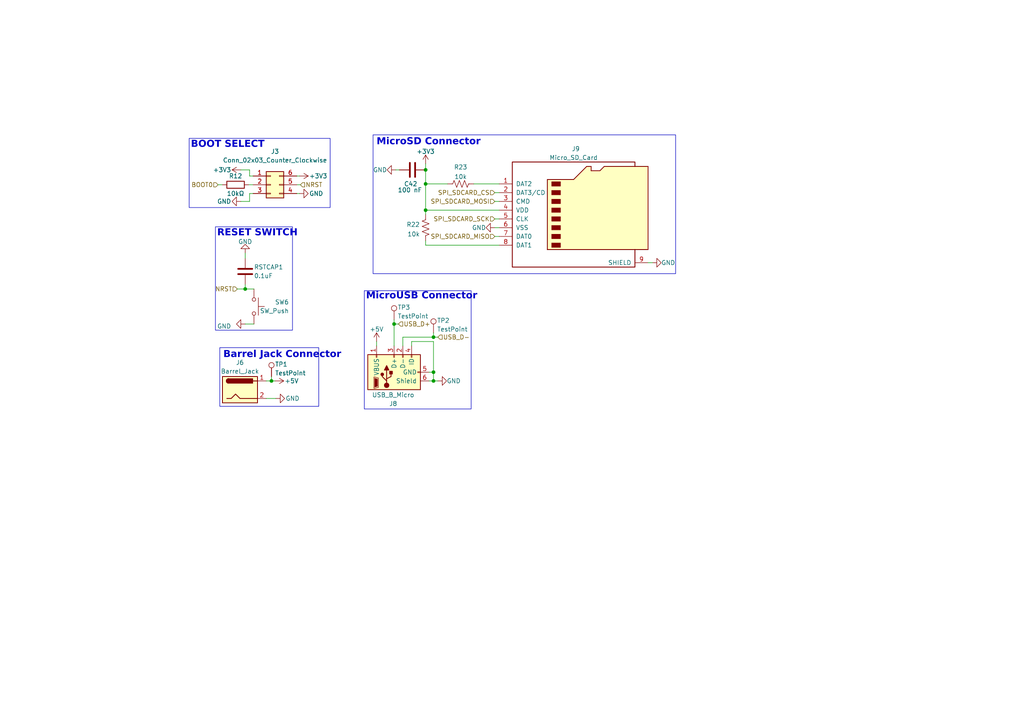
<source format=kicad_sch>
(kicad_sch
	(version 20231120)
	(generator "eeschema")
	(generator_version "8.0")
	(uuid "db67ce32-b4c6-4c35-8fe1-7960d77dc5af")
	(paper "A4")
	(lib_symbols
		(symbol "Connector:Barrel_Jack"
			(pin_names
				(offset 1.016)
			)
			(exclude_from_sim no)
			(in_bom yes)
			(on_board yes)
			(property "Reference" "J"
				(at 0 5.334 0)
				(effects
					(font
						(size 1.27 1.27)
					)
				)
			)
			(property "Value" "Barrel_Jack"
				(at 0 -5.08 0)
				(effects
					(font
						(size 1.27 1.27)
					)
				)
			)
			(property "Footprint" ""
				(at 1.27 -1.016 0)
				(effects
					(font
						(size 1.27 1.27)
					)
					(hide yes)
				)
			)
			(property "Datasheet" "~"
				(at 1.27 -1.016 0)
				(effects
					(font
						(size 1.27 1.27)
					)
					(hide yes)
				)
			)
			(property "Description" "DC Barrel Jack"
				(at 0 0 0)
				(effects
					(font
						(size 1.27 1.27)
					)
					(hide yes)
				)
			)
			(property "ki_keywords" "DC power barrel jack connector"
				(at 0 0 0)
				(effects
					(font
						(size 1.27 1.27)
					)
					(hide yes)
				)
			)
			(property "ki_fp_filters" "BarrelJack*"
				(at 0 0 0)
				(effects
					(font
						(size 1.27 1.27)
					)
					(hide yes)
				)
			)
			(symbol "Barrel_Jack_0_1"
				(rectangle
					(start -5.08 3.81)
					(end 5.08 -3.81)
					(stroke
						(width 0.254)
						(type default)
					)
					(fill
						(type background)
					)
				)
				(arc
					(start -3.302 3.175)
					(mid -3.9343 2.54)
					(end -3.302 1.905)
					(stroke
						(width 0.254)
						(type default)
					)
					(fill
						(type none)
					)
				)
				(arc
					(start -3.302 3.175)
					(mid -3.9343 2.54)
					(end -3.302 1.905)
					(stroke
						(width 0.254)
						(type default)
					)
					(fill
						(type outline)
					)
				)
				(polyline
					(pts
						(xy 5.08 2.54) (xy 3.81 2.54)
					)
					(stroke
						(width 0.254)
						(type default)
					)
					(fill
						(type none)
					)
				)
				(polyline
					(pts
						(xy -3.81 -2.54) (xy -2.54 -2.54) (xy -1.27 -1.27) (xy 0 -2.54) (xy 2.54 -2.54) (xy 5.08 -2.54)
					)
					(stroke
						(width 0.254)
						(type default)
					)
					(fill
						(type none)
					)
				)
				(rectangle
					(start 3.683 3.175)
					(end -3.302 1.905)
					(stroke
						(width 0.254)
						(type default)
					)
					(fill
						(type outline)
					)
				)
			)
			(symbol "Barrel_Jack_1_1"
				(pin passive line
					(at 7.62 2.54 180)
					(length 2.54)
					(name "~"
						(effects
							(font
								(size 1.27 1.27)
							)
						)
					)
					(number "1"
						(effects
							(font
								(size 1.27 1.27)
							)
						)
					)
				)
				(pin passive line
					(at 7.62 -2.54 180)
					(length 2.54)
					(name "~"
						(effects
							(font
								(size 1.27 1.27)
							)
						)
					)
					(number "2"
						(effects
							(font
								(size 1.27 1.27)
							)
						)
					)
				)
			)
		)
		(symbol "Connector:Micro_SD_Card"
			(pin_names
				(offset 1.016)
			)
			(exclude_from_sim no)
			(in_bom yes)
			(on_board yes)
			(property "Reference" "J"
				(at -16.51 15.24 0)
				(effects
					(font
						(size 1.27 1.27)
					)
				)
			)
			(property "Value" "Micro_SD_Card"
				(at 16.51 15.24 0)
				(effects
					(font
						(size 1.27 1.27)
					)
					(justify right)
				)
			)
			(property "Footprint" ""
				(at 29.21 7.62 0)
				(effects
					(font
						(size 1.27 1.27)
					)
					(hide yes)
				)
			)
			(property "Datasheet" "http://katalog.we-online.de/em/datasheet/693072010801.pdf"
				(at 0 0 0)
				(effects
					(font
						(size 1.27 1.27)
					)
					(hide yes)
				)
			)
			(property "Description" "Micro SD Card Socket"
				(at 0 0 0)
				(effects
					(font
						(size 1.27 1.27)
					)
					(hide yes)
				)
			)
			(property "ki_keywords" "connector SD microsd"
				(at 0 0 0)
				(effects
					(font
						(size 1.27 1.27)
					)
					(hide yes)
				)
			)
			(property "ki_fp_filters" "microSD*"
				(at 0 0 0)
				(effects
					(font
						(size 1.27 1.27)
					)
					(hide yes)
				)
			)
			(symbol "Micro_SD_Card_0_1"
				(rectangle
					(start -7.62 -9.525)
					(end -5.08 -10.795)
					(stroke
						(width 0)
						(type default)
					)
					(fill
						(type outline)
					)
				)
				(rectangle
					(start -7.62 -6.985)
					(end -5.08 -8.255)
					(stroke
						(width 0)
						(type default)
					)
					(fill
						(type outline)
					)
				)
				(rectangle
					(start -7.62 -4.445)
					(end -5.08 -5.715)
					(stroke
						(width 0)
						(type default)
					)
					(fill
						(type outline)
					)
				)
				(rectangle
					(start -7.62 -1.905)
					(end -5.08 -3.175)
					(stroke
						(width 0)
						(type default)
					)
					(fill
						(type outline)
					)
				)
				(rectangle
					(start -7.62 0.635)
					(end -5.08 -0.635)
					(stroke
						(width 0)
						(type default)
					)
					(fill
						(type outline)
					)
				)
				(rectangle
					(start -7.62 3.175)
					(end -5.08 1.905)
					(stroke
						(width 0)
						(type default)
					)
					(fill
						(type outline)
					)
				)
				(rectangle
					(start -7.62 5.715)
					(end -5.08 4.445)
					(stroke
						(width 0)
						(type default)
					)
					(fill
						(type outline)
					)
				)
				(rectangle
					(start -7.62 8.255)
					(end -5.08 6.985)
					(stroke
						(width 0)
						(type default)
					)
					(fill
						(type outline)
					)
				)
				(polyline
					(pts
						(xy 16.51 12.7) (xy 16.51 13.97) (xy -19.05 13.97) (xy -19.05 -16.51) (xy 16.51 -16.51) (xy 16.51 -11.43)
					)
					(stroke
						(width 0.254)
						(type default)
					)
					(fill
						(type none)
					)
				)
				(polyline
					(pts
						(xy -8.89 -11.43) (xy -8.89 8.89) (xy -1.27 8.89) (xy 2.54 12.7) (xy 3.81 12.7) (xy 3.81 11.43)
						(xy 6.35 11.43) (xy 7.62 12.7) (xy 20.32 12.7) (xy 20.32 -11.43) (xy -8.89 -11.43)
					)
					(stroke
						(width 0.254)
						(type default)
					)
					(fill
						(type background)
					)
				)
			)
			(symbol "Micro_SD_Card_1_1"
				(pin bidirectional line
					(at -22.86 7.62 0)
					(length 3.81)
					(name "DAT2"
						(effects
							(font
								(size 1.27 1.27)
							)
						)
					)
					(number "1"
						(effects
							(font
								(size 1.27 1.27)
							)
						)
					)
				)
				(pin bidirectional line
					(at -22.86 5.08 0)
					(length 3.81)
					(name "DAT3/CD"
						(effects
							(font
								(size 1.27 1.27)
							)
						)
					)
					(number "2"
						(effects
							(font
								(size 1.27 1.27)
							)
						)
					)
				)
				(pin input line
					(at -22.86 2.54 0)
					(length 3.81)
					(name "CMD"
						(effects
							(font
								(size 1.27 1.27)
							)
						)
					)
					(number "3"
						(effects
							(font
								(size 1.27 1.27)
							)
						)
					)
				)
				(pin power_in line
					(at -22.86 0 0)
					(length 3.81)
					(name "VDD"
						(effects
							(font
								(size 1.27 1.27)
							)
						)
					)
					(number "4"
						(effects
							(font
								(size 1.27 1.27)
							)
						)
					)
				)
				(pin input line
					(at -22.86 -2.54 0)
					(length 3.81)
					(name "CLK"
						(effects
							(font
								(size 1.27 1.27)
							)
						)
					)
					(number "5"
						(effects
							(font
								(size 1.27 1.27)
							)
						)
					)
				)
				(pin power_in line
					(at -22.86 -5.08 0)
					(length 3.81)
					(name "VSS"
						(effects
							(font
								(size 1.27 1.27)
							)
						)
					)
					(number "6"
						(effects
							(font
								(size 1.27 1.27)
							)
						)
					)
				)
				(pin bidirectional line
					(at -22.86 -7.62 0)
					(length 3.81)
					(name "DAT0"
						(effects
							(font
								(size 1.27 1.27)
							)
						)
					)
					(number "7"
						(effects
							(font
								(size 1.27 1.27)
							)
						)
					)
				)
				(pin bidirectional line
					(at -22.86 -10.16 0)
					(length 3.81)
					(name "DAT1"
						(effects
							(font
								(size 1.27 1.27)
							)
						)
					)
					(number "8"
						(effects
							(font
								(size 1.27 1.27)
							)
						)
					)
				)
				(pin passive line
					(at 20.32 -15.24 180)
					(length 3.81)
					(name "SHIELD"
						(effects
							(font
								(size 1.27 1.27)
							)
						)
					)
					(number "9"
						(effects
							(font
								(size 1.27 1.27)
							)
						)
					)
				)
			)
		)
		(symbol "Connector:TestPoint"
			(pin_numbers hide)
			(pin_names
				(offset 0.762) hide)
			(exclude_from_sim no)
			(in_bom yes)
			(on_board yes)
			(property "Reference" "TP"
				(at 0 6.858 0)
				(effects
					(font
						(size 1.27 1.27)
					)
				)
			)
			(property "Value" "TestPoint"
				(at 0 5.08 0)
				(effects
					(font
						(size 1.27 1.27)
					)
				)
			)
			(property "Footprint" ""
				(at 5.08 0 0)
				(effects
					(font
						(size 1.27 1.27)
					)
					(hide yes)
				)
			)
			(property "Datasheet" "~"
				(at 5.08 0 0)
				(effects
					(font
						(size 1.27 1.27)
					)
					(hide yes)
				)
			)
			(property "Description" "test point"
				(at 0 0 0)
				(effects
					(font
						(size 1.27 1.27)
					)
					(hide yes)
				)
			)
			(property "ki_keywords" "test point tp"
				(at 0 0 0)
				(effects
					(font
						(size 1.27 1.27)
					)
					(hide yes)
				)
			)
			(property "ki_fp_filters" "Pin* Test*"
				(at 0 0 0)
				(effects
					(font
						(size 1.27 1.27)
					)
					(hide yes)
				)
			)
			(symbol "TestPoint_0_1"
				(circle
					(center 0 3.302)
					(radius 0.762)
					(stroke
						(width 0)
						(type default)
					)
					(fill
						(type none)
					)
				)
			)
			(symbol "TestPoint_1_1"
				(pin passive line
					(at 0 0 90)
					(length 2.54)
					(name "1"
						(effects
							(font
								(size 1.27 1.27)
							)
						)
					)
					(number "1"
						(effects
							(font
								(size 1.27 1.27)
							)
						)
					)
				)
			)
		)
		(symbol "Connector:USB_B_Micro"
			(pin_names
				(offset 1.016)
			)
			(exclude_from_sim no)
			(in_bom yes)
			(on_board yes)
			(property "Reference" "J"
				(at -5.08 11.43 0)
				(effects
					(font
						(size 1.27 1.27)
					)
					(justify left)
				)
			)
			(property "Value" "USB_B_Micro"
				(at -5.08 8.89 0)
				(effects
					(font
						(size 1.27 1.27)
					)
					(justify left)
				)
			)
			(property "Footprint" ""
				(at 3.81 -1.27 0)
				(effects
					(font
						(size 1.27 1.27)
					)
					(hide yes)
				)
			)
			(property "Datasheet" "~"
				(at 3.81 -1.27 0)
				(effects
					(font
						(size 1.27 1.27)
					)
					(hide yes)
				)
			)
			(property "Description" "USB Micro Type B connector"
				(at 0 0 0)
				(effects
					(font
						(size 1.27 1.27)
					)
					(hide yes)
				)
			)
			(property "ki_keywords" "connector USB micro"
				(at 0 0 0)
				(effects
					(font
						(size 1.27 1.27)
					)
					(hide yes)
				)
			)
			(property "ki_fp_filters" "USB*"
				(at 0 0 0)
				(effects
					(font
						(size 1.27 1.27)
					)
					(hide yes)
				)
			)
			(symbol "USB_B_Micro_0_1"
				(rectangle
					(start -5.08 -7.62)
					(end 5.08 7.62)
					(stroke
						(width 0.254)
						(type default)
					)
					(fill
						(type background)
					)
				)
				(circle
					(center -3.81 2.159)
					(radius 0.635)
					(stroke
						(width 0.254)
						(type default)
					)
					(fill
						(type outline)
					)
				)
				(circle
					(center -0.635 3.429)
					(radius 0.381)
					(stroke
						(width 0.254)
						(type default)
					)
					(fill
						(type outline)
					)
				)
				(rectangle
					(start -0.127 -7.62)
					(end 0.127 -6.858)
					(stroke
						(width 0)
						(type default)
					)
					(fill
						(type none)
					)
				)
				(polyline
					(pts
						(xy -1.905 2.159) (xy 0.635 2.159)
					)
					(stroke
						(width 0.254)
						(type default)
					)
					(fill
						(type none)
					)
				)
				(polyline
					(pts
						(xy -3.175 2.159) (xy -2.54 2.159) (xy -1.27 3.429) (xy -0.635 3.429)
					)
					(stroke
						(width 0.254)
						(type default)
					)
					(fill
						(type none)
					)
				)
				(polyline
					(pts
						(xy -2.54 2.159) (xy -1.905 2.159) (xy -1.27 0.889) (xy 0 0.889)
					)
					(stroke
						(width 0.254)
						(type default)
					)
					(fill
						(type none)
					)
				)
				(polyline
					(pts
						(xy 0.635 2.794) (xy 0.635 1.524) (xy 1.905 2.159) (xy 0.635 2.794)
					)
					(stroke
						(width 0.254)
						(type default)
					)
					(fill
						(type outline)
					)
				)
				(polyline
					(pts
						(xy -4.318 5.588) (xy -1.778 5.588) (xy -2.032 4.826) (xy -4.064 4.826) (xy -4.318 5.588)
					)
					(stroke
						(width 0)
						(type default)
					)
					(fill
						(type outline)
					)
				)
				(polyline
					(pts
						(xy -4.699 5.842) (xy -4.699 5.588) (xy -4.445 4.826) (xy -4.445 4.572) (xy -1.651 4.572) (xy -1.651 4.826)
						(xy -1.397 5.588) (xy -1.397 5.842) (xy -4.699 5.842)
					)
					(stroke
						(width 0)
						(type default)
					)
					(fill
						(type none)
					)
				)
				(rectangle
					(start 0.254 1.27)
					(end -0.508 0.508)
					(stroke
						(width 0.254)
						(type default)
					)
					(fill
						(type outline)
					)
				)
				(rectangle
					(start 5.08 -5.207)
					(end 4.318 -4.953)
					(stroke
						(width 0)
						(type default)
					)
					(fill
						(type none)
					)
				)
				(rectangle
					(start 5.08 -2.667)
					(end 4.318 -2.413)
					(stroke
						(width 0)
						(type default)
					)
					(fill
						(type none)
					)
				)
				(rectangle
					(start 5.08 -0.127)
					(end 4.318 0.127)
					(stroke
						(width 0)
						(type default)
					)
					(fill
						(type none)
					)
				)
				(rectangle
					(start 5.08 4.953)
					(end 4.318 5.207)
					(stroke
						(width 0)
						(type default)
					)
					(fill
						(type none)
					)
				)
			)
			(symbol "USB_B_Micro_1_1"
				(pin power_out line
					(at 7.62 5.08 180)
					(length 2.54)
					(name "VBUS"
						(effects
							(font
								(size 1.27 1.27)
							)
						)
					)
					(number "1"
						(effects
							(font
								(size 1.27 1.27)
							)
						)
					)
				)
				(pin bidirectional line
					(at 7.62 -2.54 180)
					(length 2.54)
					(name "D-"
						(effects
							(font
								(size 1.27 1.27)
							)
						)
					)
					(number "2"
						(effects
							(font
								(size 1.27 1.27)
							)
						)
					)
				)
				(pin bidirectional line
					(at 7.62 0 180)
					(length 2.54)
					(name "D+"
						(effects
							(font
								(size 1.27 1.27)
							)
						)
					)
					(number "3"
						(effects
							(font
								(size 1.27 1.27)
							)
						)
					)
				)
				(pin passive line
					(at 7.62 -5.08 180)
					(length 2.54)
					(name "ID"
						(effects
							(font
								(size 1.27 1.27)
							)
						)
					)
					(number "4"
						(effects
							(font
								(size 1.27 1.27)
							)
						)
					)
				)
				(pin power_out line
					(at 0 -10.16 90)
					(length 2.54)
					(name "GND"
						(effects
							(font
								(size 1.27 1.27)
							)
						)
					)
					(number "5"
						(effects
							(font
								(size 1.27 1.27)
							)
						)
					)
				)
				(pin passive line
					(at -2.54 -10.16 90)
					(length 2.54)
					(name "Shield"
						(effects
							(font
								(size 1.27 1.27)
							)
						)
					)
					(number "6"
						(effects
							(font
								(size 1.27 1.27)
							)
						)
					)
				)
			)
		)
		(symbol "Connector_Generic:Conn_02x03_Counter_Clockwise"
			(pin_names
				(offset 1.016) hide)
			(exclude_from_sim no)
			(in_bom yes)
			(on_board yes)
			(property "Reference" "J"
				(at 1.27 5.08 0)
				(effects
					(font
						(size 1.27 1.27)
					)
				)
			)
			(property "Value" "Conn_02x03_Counter_Clockwise"
				(at 1.27 -5.08 0)
				(effects
					(font
						(size 1.27 1.27)
					)
				)
			)
			(property "Footprint" ""
				(at 0 0 0)
				(effects
					(font
						(size 1.27 1.27)
					)
					(hide yes)
				)
			)
			(property "Datasheet" "~"
				(at 0 0 0)
				(effects
					(font
						(size 1.27 1.27)
					)
					(hide yes)
				)
			)
			(property "Description" "Generic connector, double row, 02x03, counter clockwise pin numbering scheme (similar to DIP package numbering), script generated (kicad-library-utils/schlib/autogen/connector/)"
				(at 0 0 0)
				(effects
					(font
						(size 1.27 1.27)
					)
					(hide yes)
				)
			)
			(property "ki_keywords" "connector"
				(at 0 0 0)
				(effects
					(font
						(size 1.27 1.27)
					)
					(hide yes)
				)
			)
			(property "ki_fp_filters" "Connector*:*_2x??_*"
				(at 0 0 0)
				(effects
					(font
						(size 1.27 1.27)
					)
					(hide yes)
				)
			)
			(symbol "Conn_02x03_Counter_Clockwise_1_1"
				(rectangle
					(start -1.27 -2.413)
					(end 0 -2.667)
					(stroke
						(width 0.1524)
						(type default)
					)
					(fill
						(type none)
					)
				)
				(rectangle
					(start -1.27 0.127)
					(end 0 -0.127)
					(stroke
						(width 0.1524)
						(type default)
					)
					(fill
						(type none)
					)
				)
				(rectangle
					(start -1.27 2.667)
					(end 0 2.413)
					(stroke
						(width 0.1524)
						(type default)
					)
					(fill
						(type none)
					)
				)
				(rectangle
					(start -1.27 3.81)
					(end 3.81 -3.81)
					(stroke
						(width 0.254)
						(type default)
					)
					(fill
						(type background)
					)
				)
				(rectangle
					(start 3.81 -2.413)
					(end 2.54 -2.667)
					(stroke
						(width 0.1524)
						(type default)
					)
					(fill
						(type none)
					)
				)
				(rectangle
					(start 3.81 0.127)
					(end 2.54 -0.127)
					(stroke
						(width 0.1524)
						(type default)
					)
					(fill
						(type none)
					)
				)
				(rectangle
					(start 3.81 2.667)
					(end 2.54 2.413)
					(stroke
						(width 0.1524)
						(type default)
					)
					(fill
						(type none)
					)
				)
				(pin passive line
					(at -5.08 2.54 0)
					(length 3.81)
					(name "Pin_1"
						(effects
							(font
								(size 1.27 1.27)
							)
						)
					)
					(number "1"
						(effects
							(font
								(size 1.27 1.27)
							)
						)
					)
				)
				(pin passive line
					(at -5.08 0 0)
					(length 3.81)
					(name "Pin_2"
						(effects
							(font
								(size 1.27 1.27)
							)
						)
					)
					(number "2"
						(effects
							(font
								(size 1.27 1.27)
							)
						)
					)
				)
				(pin passive line
					(at -5.08 -2.54 0)
					(length 3.81)
					(name "Pin_3"
						(effects
							(font
								(size 1.27 1.27)
							)
						)
					)
					(number "3"
						(effects
							(font
								(size 1.27 1.27)
							)
						)
					)
				)
				(pin passive line
					(at 7.62 -2.54 180)
					(length 3.81)
					(name "Pin_4"
						(effects
							(font
								(size 1.27 1.27)
							)
						)
					)
					(number "4"
						(effects
							(font
								(size 1.27 1.27)
							)
						)
					)
				)
				(pin passive line
					(at 7.62 0 180)
					(length 3.81)
					(name "Pin_5"
						(effects
							(font
								(size 1.27 1.27)
							)
						)
					)
					(number "5"
						(effects
							(font
								(size 1.27 1.27)
							)
						)
					)
				)
				(pin passive line
					(at 7.62 2.54 180)
					(length 3.81)
					(name "Pin_6"
						(effects
							(font
								(size 1.27 1.27)
							)
						)
					)
					(number "6"
						(effects
							(font
								(size 1.27 1.27)
							)
						)
					)
				)
			)
		)
		(symbol "D24V50F5:C"
			(pin_numbers hide)
			(pin_names
				(offset 0.254)
			)
			(exclude_from_sim no)
			(in_bom yes)
			(on_board yes)
			(property "Reference" "C"
				(at 0.635 2.54 0)
				(effects
					(font
						(size 1.27 1.27)
					)
					(justify left)
				)
			)
			(property "Value" "C"
				(at 0.635 -2.54 0)
				(effects
					(font
						(size 1.27 1.27)
					)
					(justify left)
				)
			)
			(property "Footprint" ""
				(at 0.9652 -3.81 0)
				(effects
					(font
						(size 1.27 1.27)
					)
					(hide yes)
				)
			)
			(property "Datasheet" "~"
				(at 0 0 0)
				(effects
					(font
						(size 1.27 1.27)
					)
					(hide yes)
				)
			)
			(property "Description" "Unpolarized capacitor"
				(at 0 0 0)
				(effects
					(font
						(size 1.27 1.27)
					)
					(hide yes)
				)
			)
			(property "ki_keywords" "cap capacitor"
				(at 0 0 0)
				(effects
					(font
						(size 1.27 1.27)
					)
					(hide yes)
				)
			)
			(property "ki_fp_filters" "C_*"
				(at 0 0 0)
				(effects
					(font
						(size 1.27 1.27)
					)
					(hide yes)
				)
			)
			(symbol "C_0_1"
				(polyline
					(pts
						(xy -2.032 -0.762) (xy 2.032 -0.762)
					)
					(stroke
						(width 0.508)
						(type default)
					)
					(fill
						(type none)
					)
				)
				(polyline
					(pts
						(xy -2.032 0.762) (xy 2.032 0.762)
					)
					(stroke
						(width 0.508)
						(type default)
					)
					(fill
						(type none)
					)
				)
			)
			(symbol "C_1_1"
				(pin passive line
					(at 0 3.81 270)
					(length 2.794)
					(name "~"
						(effects
							(font
								(size 1.27 1.27)
							)
						)
					)
					(number "1"
						(effects
							(font
								(size 1.27 1.27)
							)
						)
					)
				)
				(pin passive line
					(at 0 -3.81 90)
					(length 2.794)
					(name "~"
						(effects
							(font
								(size 1.27 1.27)
							)
						)
					)
					(number "2"
						(effects
							(font
								(size 1.27 1.27)
							)
						)
					)
				)
			)
		)
		(symbol "D24V50F5:R_US"
			(pin_numbers hide)
			(pin_names
				(offset 0)
			)
			(exclude_from_sim no)
			(in_bom yes)
			(on_board yes)
			(property "Reference" "R"
				(at 2.54 0 90)
				(effects
					(font
						(size 1.27 1.27)
					)
				)
			)
			(property "Value" "R_US"
				(at -2.54 0 90)
				(effects
					(font
						(size 1.27 1.27)
					)
				)
			)
			(property "Footprint" ""
				(at 1.016 -0.254 90)
				(effects
					(font
						(size 1.27 1.27)
					)
					(hide yes)
				)
			)
			(property "Datasheet" "~"
				(at 0 0 0)
				(effects
					(font
						(size 1.27 1.27)
					)
					(hide yes)
				)
			)
			(property "Description" "Resistor, US symbol"
				(at 0 0 0)
				(effects
					(font
						(size 1.27 1.27)
					)
					(hide yes)
				)
			)
			(property "ki_keywords" "R res resistor"
				(at 0 0 0)
				(effects
					(font
						(size 1.27 1.27)
					)
					(hide yes)
				)
			)
			(property "ki_fp_filters" "R_*"
				(at 0 0 0)
				(effects
					(font
						(size 1.27 1.27)
					)
					(hide yes)
				)
			)
			(symbol "R_US_0_1"
				(polyline
					(pts
						(xy 0 -2.286) (xy 0 -2.54)
					)
					(stroke
						(width 0)
						(type default)
					)
					(fill
						(type none)
					)
				)
				(polyline
					(pts
						(xy 0 2.286) (xy 0 2.54)
					)
					(stroke
						(width 0)
						(type default)
					)
					(fill
						(type none)
					)
				)
				(polyline
					(pts
						(xy 0 -0.762) (xy 1.016 -1.143) (xy 0 -1.524) (xy -1.016 -1.905) (xy 0 -2.286)
					)
					(stroke
						(width 0)
						(type default)
					)
					(fill
						(type none)
					)
				)
				(polyline
					(pts
						(xy 0 0.762) (xy 1.016 0.381) (xy 0 0) (xy -1.016 -0.381) (xy 0 -0.762)
					)
					(stroke
						(width 0)
						(type default)
					)
					(fill
						(type none)
					)
				)
				(polyline
					(pts
						(xy 0 2.286) (xy 1.016 1.905) (xy 0 1.524) (xy -1.016 1.143) (xy 0 0.762)
					)
					(stroke
						(width 0)
						(type default)
					)
					(fill
						(type none)
					)
				)
			)
			(symbol "R_US_1_1"
				(pin passive line
					(at 0 3.81 270)
					(length 1.27)
					(name "~"
						(effects
							(font
								(size 1.27 1.27)
							)
						)
					)
					(number "1"
						(effects
							(font
								(size 1.27 1.27)
							)
						)
					)
				)
				(pin passive line
					(at 0 -3.81 90)
					(length 1.27)
					(name "~"
						(effects
							(font
								(size 1.27 1.27)
							)
						)
					)
					(number "2"
						(effects
							(font
								(size 1.27 1.27)
							)
						)
					)
				)
			)
		)
		(symbol "Device:C"
			(pin_numbers hide)
			(pin_names
				(offset 0.254)
			)
			(exclude_from_sim no)
			(in_bom yes)
			(on_board yes)
			(property "Reference" "C"
				(at 0.635 2.54 0)
				(effects
					(font
						(size 1.27 1.27)
					)
					(justify left)
				)
			)
			(property "Value" "C"
				(at 0.635 -2.54 0)
				(effects
					(font
						(size 1.27 1.27)
					)
					(justify left)
				)
			)
			(property "Footprint" ""
				(at 0.9652 -3.81 0)
				(effects
					(font
						(size 1.27 1.27)
					)
					(hide yes)
				)
			)
			(property "Datasheet" "~"
				(at 0 0 0)
				(effects
					(font
						(size 1.27 1.27)
					)
					(hide yes)
				)
			)
			(property "Description" "Unpolarized capacitor"
				(at 0 0 0)
				(effects
					(font
						(size 1.27 1.27)
					)
					(hide yes)
				)
			)
			(property "ki_keywords" "cap capacitor"
				(at 0 0 0)
				(effects
					(font
						(size 1.27 1.27)
					)
					(hide yes)
				)
			)
			(property "ki_fp_filters" "C_*"
				(at 0 0 0)
				(effects
					(font
						(size 1.27 1.27)
					)
					(hide yes)
				)
			)
			(symbol "C_0_1"
				(polyline
					(pts
						(xy -2.032 -0.762) (xy 2.032 -0.762)
					)
					(stroke
						(width 0.508)
						(type default)
					)
					(fill
						(type none)
					)
				)
				(polyline
					(pts
						(xy -2.032 0.762) (xy 2.032 0.762)
					)
					(stroke
						(width 0.508)
						(type default)
					)
					(fill
						(type none)
					)
				)
			)
			(symbol "C_1_1"
				(pin passive line
					(at 0 3.81 270)
					(length 2.794)
					(name "~"
						(effects
							(font
								(size 1.27 1.27)
							)
						)
					)
					(number "1"
						(effects
							(font
								(size 1.27 1.27)
							)
						)
					)
				)
				(pin passive line
					(at 0 -3.81 90)
					(length 2.794)
					(name "~"
						(effects
							(font
								(size 1.27 1.27)
							)
						)
					)
					(number "2"
						(effects
							(font
								(size 1.27 1.27)
							)
						)
					)
				)
			)
		)
		(symbol "Device:R"
			(pin_numbers hide)
			(pin_names
				(offset 0)
			)
			(exclude_from_sim no)
			(in_bom yes)
			(on_board yes)
			(property "Reference" "R"
				(at 2.032 0 90)
				(effects
					(font
						(size 1.27 1.27)
					)
				)
			)
			(property "Value" "R"
				(at 0 0 90)
				(effects
					(font
						(size 1.27 1.27)
					)
				)
			)
			(property "Footprint" ""
				(at -1.778 0 90)
				(effects
					(font
						(size 1.27 1.27)
					)
					(hide yes)
				)
			)
			(property "Datasheet" "~"
				(at 0 0 0)
				(effects
					(font
						(size 1.27 1.27)
					)
					(hide yes)
				)
			)
			(property "Description" "Resistor"
				(at 0 0 0)
				(effects
					(font
						(size 1.27 1.27)
					)
					(hide yes)
				)
			)
			(property "ki_keywords" "R res resistor"
				(at 0 0 0)
				(effects
					(font
						(size 1.27 1.27)
					)
					(hide yes)
				)
			)
			(property "ki_fp_filters" "R_*"
				(at 0 0 0)
				(effects
					(font
						(size 1.27 1.27)
					)
					(hide yes)
				)
			)
			(symbol "R_0_1"
				(rectangle
					(start -1.016 -2.54)
					(end 1.016 2.54)
					(stroke
						(width 0.254)
						(type default)
					)
					(fill
						(type none)
					)
				)
			)
			(symbol "R_1_1"
				(pin passive line
					(at 0 3.81 270)
					(length 1.27)
					(name "~"
						(effects
							(font
								(size 1.27 1.27)
							)
						)
					)
					(number "1"
						(effects
							(font
								(size 1.27 1.27)
							)
						)
					)
				)
				(pin passive line
					(at 0 -3.81 90)
					(length 1.27)
					(name "~"
						(effects
							(font
								(size 1.27 1.27)
							)
						)
					)
					(number "2"
						(effects
							(font
								(size 1.27 1.27)
							)
						)
					)
				)
			)
		)
		(symbol "Switch:SW_Push"
			(pin_numbers hide)
			(pin_names
				(offset 1.016) hide)
			(exclude_from_sim no)
			(in_bom yes)
			(on_board yes)
			(property "Reference" "SW"
				(at 1.27 2.54 0)
				(effects
					(font
						(size 1.27 1.27)
					)
					(justify left)
				)
			)
			(property "Value" "SW_Push"
				(at 0 -1.524 0)
				(effects
					(font
						(size 1.27 1.27)
					)
				)
			)
			(property "Footprint" ""
				(at 0 5.08 0)
				(effects
					(font
						(size 1.27 1.27)
					)
					(hide yes)
				)
			)
			(property "Datasheet" "~"
				(at 0 5.08 0)
				(effects
					(font
						(size 1.27 1.27)
					)
					(hide yes)
				)
			)
			(property "Description" "Push button switch, generic, two pins"
				(at 0 0 0)
				(effects
					(font
						(size 1.27 1.27)
					)
					(hide yes)
				)
			)
			(property "ki_keywords" "switch normally-open pushbutton push-button"
				(at 0 0 0)
				(effects
					(font
						(size 1.27 1.27)
					)
					(hide yes)
				)
			)
			(symbol "SW_Push_0_1"
				(circle
					(center -2.032 0)
					(radius 0.508)
					(stroke
						(width 0)
						(type default)
					)
					(fill
						(type none)
					)
				)
				(polyline
					(pts
						(xy 0 1.27) (xy 0 3.048)
					)
					(stroke
						(width 0)
						(type default)
					)
					(fill
						(type none)
					)
				)
				(polyline
					(pts
						(xy 2.54 1.27) (xy -2.54 1.27)
					)
					(stroke
						(width 0)
						(type default)
					)
					(fill
						(type none)
					)
				)
				(circle
					(center 2.032 0)
					(radius 0.508)
					(stroke
						(width 0)
						(type default)
					)
					(fill
						(type none)
					)
				)
				(pin passive line
					(at -5.08 0 0)
					(length 2.54)
					(name "1"
						(effects
							(font
								(size 1.27 1.27)
							)
						)
					)
					(number "1"
						(effects
							(font
								(size 1.27 1.27)
							)
						)
					)
				)
				(pin passive line
					(at 5.08 0 180)
					(length 2.54)
					(name "2"
						(effects
							(font
								(size 1.27 1.27)
							)
						)
					)
					(number "2"
						(effects
							(font
								(size 1.27 1.27)
							)
						)
					)
				)
			)
		)
		(symbol "power:+3V3"
			(power)
			(pin_names
				(offset 0)
			)
			(exclude_from_sim no)
			(in_bom yes)
			(on_board yes)
			(property "Reference" "#PWR"
				(at 0 -3.81 0)
				(effects
					(font
						(size 1.27 1.27)
					)
					(hide yes)
				)
			)
			(property "Value" "+3V3"
				(at 0 3.556 0)
				(effects
					(font
						(size 1.27 1.27)
					)
				)
			)
			(property "Footprint" ""
				(at 0 0 0)
				(effects
					(font
						(size 1.27 1.27)
					)
					(hide yes)
				)
			)
			(property "Datasheet" ""
				(at 0 0 0)
				(effects
					(font
						(size 1.27 1.27)
					)
					(hide yes)
				)
			)
			(property "Description" "Power symbol creates a global label with name \"+3V3\""
				(at 0 0 0)
				(effects
					(font
						(size 1.27 1.27)
					)
					(hide yes)
				)
			)
			(property "ki_keywords" "global power"
				(at 0 0 0)
				(effects
					(font
						(size 1.27 1.27)
					)
					(hide yes)
				)
			)
			(symbol "+3V3_0_1"
				(polyline
					(pts
						(xy -0.762 1.27) (xy 0 2.54)
					)
					(stroke
						(width 0)
						(type default)
					)
					(fill
						(type none)
					)
				)
				(polyline
					(pts
						(xy 0 0) (xy 0 2.54)
					)
					(stroke
						(width 0)
						(type default)
					)
					(fill
						(type none)
					)
				)
				(polyline
					(pts
						(xy 0 2.54) (xy 0.762 1.27)
					)
					(stroke
						(width 0)
						(type default)
					)
					(fill
						(type none)
					)
				)
			)
			(symbol "+3V3_1_1"
				(pin power_in line
					(at 0 0 90)
					(length 0) hide
					(name "+3V3"
						(effects
							(font
								(size 1.27 1.27)
							)
						)
					)
					(number "1"
						(effects
							(font
								(size 1.27 1.27)
							)
						)
					)
				)
			)
		)
		(symbol "power:+5V"
			(power)
			(pin_names
				(offset 0)
			)
			(exclude_from_sim no)
			(in_bom yes)
			(on_board yes)
			(property "Reference" "#PWR"
				(at 0 -3.81 0)
				(effects
					(font
						(size 1.27 1.27)
					)
					(hide yes)
				)
			)
			(property "Value" "+5V"
				(at 0 3.556 0)
				(effects
					(font
						(size 1.27 1.27)
					)
				)
			)
			(property "Footprint" ""
				(at 0 0 0)
				(effects
					(font
						(size 1.27 1.27)
					)
					(hide yes)
				)
			)
			(property "Datasheet" ""
				(at 0 0 0)
				(effects
					(font
						(size 1.27 1.27)
					)
					(hide yes)
				)
			)
			(property "Description" "Power symbol creates a global label with name \"+5V\""
				(at 0 0 0)
				(effects
					(font
						(size 1.27 1.27)
					)
					(hide yes)
				)
			)
			(property "ki_keywords" "global power"
				(at 0 0 0)
				(effects
					(font
						(size 1.27 1.27)
					)
					(hide yes)
				)
			)
			(symbol "+5V_0_1"
				(polyline
					(pts
						(xy -0.762 1.27) (xy 0 2.54)
					)
					(stroke
						(width 0)
						(type default)
					)
					(fill
						(type none)
					)
				)
				(polyline
					(pts
						(xy 0 0) (xy 0 2.54)
					)
					(stroke
						(width 0)
						(type default)
					)
					(fill
						(type none)
					)
				)
				(polyline
					(pts
						(xy 0 2.54) (xy 0.762 1.27)
					)
					(stroke
						(width 0)
						(type default)
					)
					(fill
						(type none)
					)
				)
			)
			(symbol "+5V_1_1"
				(pin power_in line
					(at 0 0 90)
					(length 0) hide
					(name "+5V"
						(effects
							(font
								(size 1.27 1.27)
							)
						)
					)
					(number "1"
						(effects
							(font
								(size 1.27 1.27)
							)
						)
					)
				)
			)
		)
		(symbol "power:GND"
			(power)
			(pin_names
				(offset 0)
			)
			(exclude_from_sim no)
			(in_bom yes)
			(on_board yes)
			(property "Reference" "#PWR"
				(at 0 -6.35 0)
				(effects
					(font
						(size 1.27 1.27)
					)
					(hide yes)
				)
			)
			(property "Value" "GND"
				(at 0 -3.81 0)
				(effects
					(font
						(size 1.27 1.27)
					)
				)
			)
			(property "Footprint" ""
				(at 0 0 0)
				(effects
					(font
						(size 1.27 1.27)
					)
					(hide yes)
				)
			)
			(property "Datasheet" ""
				(at 0 0 0)
				(effects
					(font
						(size 1.27 1.27)
					)
					(hide yes)
				)
			)
			(property "Description" "Power symbol creates a global label with name \"GND\" , ground"
				(at 0 0 0)
				(effects
					(font
						(size 1.27 1.27)
					)
					(hide yes)
				)
			)
			(property "ki_keywords" "global power"
				(at 0 0 0)
				(effects
					(font
						(size 1.27 1.27)
					)
					(hide yes)
				)
			)
			(symbol "GND_0_1"
				(polyline
					(pts
						(xy 0 0) (xy 0 -1.27) (xy 1.27 -1.27) (xy 0 -2.54) (xy -1.27 -1.27) (xy 0 -1.27)
					)
					(stroke
						(width 0)
						(type default)
					)
					(fill
						(type none)
					)
				)
			)
			(symbol "GND_1_1"
				(pin power_in line
					(at 0 0 270)
					(length 0) hide
					(name "GND"
						(effects
							(font
								(size 1.27 1.27)
							)
						)
					)
					(number "1"
						(effects
							(font
								(size 1.27 1.27)
							)
						)
					)
				)
			)
		)
	)
	(junction
		(at 125.73 107.95)
		(diameter 0)
		(color 0 0 0 0)
		(uuid "0ef1b980-93b5-402f-b4b7-21f2ded09758")
	)
	(junction
		(at 78.74 110.49)
		(diameter 0)
		(color 0 0 0 0)
		(uuid "0f5b87a9-3edc-4b1a-8b4b-d22ec7b4b6b2")
	)
	(junction
		(at 123.444 49.276)
		(diameter 0)
		(color 0 0 0 0)
		(uuid "1731a73f-1e56-4d48-be2e-0937054bb5af")
	)
	(junction
		(at 114.3 93.98)
		(diameter 0)
		(color 0 0 0 0)
		(uuid "2336d702-03d3-47b8-88e4-bf1cb435db20")
	)
	(junction
		(at 71.12 83.82)
		(diameter 0)
		(color 0 0 0 0)
		(uuid "41158721-81d0-4671-80ae-a0724787a428")
	)
	(junction
		(at 123.444 60.96)
		(diameter 0)
		(color 0 0 0 0)
		(uuid "6b595ae6-3e15-4c90-8ba6-81a380ddf5c8")
	)
	(junction
		(at 123.444 53.34)
		(diameter 0)
		(color 0 0 0 0)
		(uuid "b68f55ab-601a-4aa8-9e61-36b7be4427ee")
	)
	(junction
		(at 125.73 110.49)
		(diameter 0)
		(color 0 0 0 0)
		(uuid "bcb41b35-bfce-4460-829d-2312e3044d7a")
	)
	(junction
		(at 125.73 97.79)
		(diameter 0)
		(color 0 0 0 0)
		(uuid "d161cc7b-5c9e-4fc0-8817-87c357188d55")
	)
	(wire
		(pts
			(xy 143.51 63.5) (xy 144.78 63.5)
		)
		(stroke
			(width 0)
			(type default)
		)
		(uuid "0134ff36-a235-4017-949d-3057fbbd9c7d")
	)
	(wire
		(pts
			(xy 78.74 110.49) (xy 77.216 110.49)
		)
		(stroke
			(width 0)
			(type default)
		)
		(uuid "067830e1-fc39-4014-902b-e93b6843358d")
	)
	(wire
		(pts
			(xy 125.73 107.95) (xy 125.73 110.49)
		)
		(stroke
			(width 0)
			(type default)
		)
		(uuid "07f15765-5339-4fa5-af04-52636ec3c61a")
	)
	(wire
		(pts
			(xy 123.444 53.34) (xy 123.444 49.276)
		)
		(stroke
			(width 0)
			(type default)
		)
		(uuid "081342d1-17ff-4f69-97dc-ad1db987bcf9")
	)
	(wire
		(pts
			(xy 71.12 82.55) (xy 71.12 83.82)
		)
		(stroke
			(width 0)
			(type default)
		)
		(uuid "0945dfa9-5f29-4f07-a87c-4510d53ed60e")
	)
	(wire
		(pts
			(xy 119.38 100.33) (xy 119.38 99.06)
		)
		(stroke
			(width 0)
			(type default)
		)
		(uuid "10340060-8a50-4e36-8bc6-4979c97bfe0c")
	)
	(wire
		(pts
			(xy 127 97.79) (xy 125.73 97.79)
		)
		(stroke
			(width 0)
			(type default)
		)
		(uuid "14d3ed11-b91d-4d6e-970a-d9ab1c737dfe")
	)
	(wire
		(pts
			(xy 137.414 53.34) (xy 144.78 53.34)
		)
		(stroke
			(width 0)
			(type default)
		)
		(uuid "15850f43-ed59-4d6e-9ff9-a9e26b67f2cc")
	)
	(wire
		(pts
			(xy 123.444 60.96) (xy 123.444 53.34)
		)
		(stroke
			(width 0)
			(type default)
		)
		(uuid "1a50eca6-2df7-4d82-a2cb-d7613c81a6df")
	)
	(wire
		(pts
			(xy 71.12 83.82) (xy 68.834 83.82)
		)
		(stroke
			(width 0)
			(type default)
		)
		(uuid "1f39bb1e-4d57-41d0-b1c0-c1beb078b13d")
	)
	(wire
		(pts
			(xy 143.51 55.88) (xy 144.78 55.88)
		)
		(stroke
			(width 0)
			(type default)
		)
		(uuid "24a196f9-e0f8-46c3-a92e-e20437787227")
	)
	(wire
		(pts
			(xy 86.106 56.134) (xy 86.868 56.134)
		)
		(stroke
			(width 0)
			(type default)
		)
		(uuid "253bf254-f5de-4421-bd7a-7a54ec806447")
	)
	(wire
		(pts
			(xy 73.66 83.82) (xy 71.12 83.82)
		)
		(stroke
			(width 0)
			(type default)
		)
		(uuid "2c612a3f-1e4d-49b8-b49b-b32145edddbb")
	)
	(wire
		(pts
			(xy 114.808 49.276) (xy 115.824 49.276)
		)
		(stroke
			(width 0)
			(type default)
		)
		(uuid "3120ea67-bb0f-4cb5-842a-f471cc94c677")
	)
	(wire
		(pts
			(xy 127 110.49) (xy 125.73 110.49)
		)
		(stroke
			(width 0)
			(type default)
		)
		(uuid "324b7531-114a-402b-b0b6-45105adc01bc")
	)
	(wire
		(pts
			(xy 119.38 99.06) (xy 125.73 99.06)
		)
		(stroke
			(width 0)
			(type default)
		)
		(uuid "32650d62-7490-4c19-b53f-b7b50bce5e82")
	)
	(wire
		(pts
			(xy 124.46 110.49) (xy 125.73 110.49)
		)
		(stroke
			(width 0)
			(type default)
		)
		(uuid "38ec1e44-38c2-441d-bb15-35a44ec4b567")
	)
	(wire
		(pts
			(xy 114.3 92.71) (xy 114.3 93.98)
		)
		(stroke
			(width 0)
			(type default)
		)
		(uuid "492f2acb-fd01-4242-9baa-777d9fcf7290")
	)
	(wire
		(pts
			(xy 72.39 51.054) (xy 73.406 51.054)
		)
		(stroke
			(width 0)
			(type default)
		)
		(uuid "4c125b26-d53d-401a-b1b4-a67587ea291f")
	)
	(wire
		(pts
			(xy 123.444 53.34) (xy 129.794 53.34)
		)
		(stroke
			(width 0)
			(type default)
		)
		(uuid "4c489a18-737b-4ce3-a0aa-f7511167f2e8")
	)
	(wire
		(pts
			(xy 189.23 76.2) (xy 187.96 76.2)
		)
		(stroke
			(width 0)
			(type default)
		)
		(uuid "552375b3-9817-4a08-97bc-7eada5041dc5")
	)
	(wire
		(pts
			(xy 63.246 53.594) (xy 64.516 53.594)
		)
		(stroke
			(width 0)
			(type default)
		)
		(uuid "5702c31b-925d-4ace-99c1-bb21e2bb9e60")
	)
	(wire
		(pts
			(xy 79.756 110.49) (xy 78.74 110.49)
		)
		(stroke
			(width 0)
			(type default)
		)
		(uuid "58cabc66-a2a1-42fe-a562-55273fcad6e2")
	)
	(wire
		(pts
			(xy 69.85 49.276) (xy 72.39 49.276)
		)
		(stroke
			(width 0)
			(type default)
		)
		(uuid "5db433a6-a60d-455c-b680-f7592165ea51")
	)
	(wire
		(pts
			(xy 123.444 60.96) (xy 123.444 62.23)
		)
		(stroke
			(width 0)
			(type default)
		)
		(uuid "6c808961-1408-4c20-b77d-ef9ff1613440")
	)
	(wire
		(pts
			(xy 109.22 99.06) (xy 109.22 100.33)
		)
		(stroke
			(width 0)
			(type default)
		)
		(uuid "7350084b-7475-4b4e-9032-470d9b22e564")
	)
	(wire
		(pts
			(xy 115.57 93.98) (xy 114.3 93.98)
		)
		(stroke
			(width 0)
			(type default)
		)
		(uuid "7d3d5dcb-4480-4dc2-a0f6-05f94d304325")
	)
	(wire
		(pts
			(xy 71.12 73.406) (xy 71.12 74.93)
		)
		(stroke
			(width 0)
			(type default)
		)
		(uuid "7d9bc133-0e10-4409-8a9c-70f627e1a9e7")
	)
	(wire
		(pts
			(xy 123.444 71.12) (xy 123.444 69.85)
		)
		(stroke
			(width 0)
			(type default)
		)
		(uuid "8385b5a2-7015-4fe8-b5bb-1606733a124d")
	)
	(wire
		(pts
			(xy 143.51 58.42) (xy 144.78 58.42)
		)
		(stroke
			(width 0)
			(type default)
		)
		(uuid "86649c56-006b-442b-8e17-982fb37828f0")
	)
	(wire
		(pts
			(xy 144.78 71.12) (xy 123.444 71.12)
		)
		(stroke
			(width 0)
			(type default)
		)
		(uuid "8d5cb8c3-e5fe-44e7-9779-629d7c9ed6e2")
	)
	(wire
		(pts
			(xy 72.39 58.42) (xy 72.39 56.134)
		)
		(stroke
			(width 0)
			(type default)
		)
		(uuid "92b25e7a-2383-48bd-8603-2787c12f1cea")
	)
	(wire
		(pts
			(xy 72.136 53.594) (xy 73.406 53.594)
		)
		(stroke
			(width 0)
			(type default)
		)
		(uuid "9dbabe6d-5277-4d28-8cc2-d2d0c3f7a592")
	)
	(wire
		(pts
			(xy 125.73 99.06) (xy 125.73 107.95)
		)
		(stroke
			(width 0)
			(type default)
		)
		(uuid "a4ac9ed8-0864-484f-8ba3-9004c62e7d46")
	)
	(wire
		(pts
			(xy 86.106 51.054) (xy 86.868 51.054)
		)
		(stroke
			(width 0)
			(type default)
		)
		(uuid "ad75be09-aa55-4a82-b7b4-b883183d9ba6")
	)
	(wire
		(pts
			(xy 143.51 66.04) (xy 144.78 66.04)
		)
		(stroke
			(width 0)
			(type default)
		)
		(uuid "b0db307b-4050-41b2-9a1d-2c630f51d605")
	)
	(wire
		(pts
			(xy 72.39 56.134) (xy 73.406 56.134)
		)
		(stroke
			(width 0)
			(type default)
		)
		(uuid "ca7a33a6-4a80-4792-a224-d8e525a84a1c")
	)
	(wire
		(pts
			(xy 123.444 60.96) (xy 144.78 60.96)
		)
		(stroke
			(width 0)
			(type default)
		)
		(uuid "d04e1bcc-0c0b-440b-a861-07ba87bfa01c")
	)
	(wire
		(pts
			(xy 71.12 93.98) (xy 73.66 93.98)
		)
		(stroke
			(width 0)
			(type default)
		)
		(uuid "d5d54033-e373-477a-af60-9bf6f3295ac1")
	)
	(wire
		(pts
			(xy 125.73 96.52) (xy 125.73 97.79)
		)
		(stroke
			(width 0)
			(type default)
		)
		(uuid "d89cc05b-6f45-4dcc-a0c2-32e955ea0cad")
	)
	(wire
		(pts
			(xy 116.84 97.79) (xy 116.84 100.33)
		)
		(stroke
			(width 0)
			(type default)
		)
		(uuid "df2c69a0-bd87-41ca-b6fb-b16ab91b142f")
	)
	(wire
		(pts
			(xy 69.85 58.42) (xy 72.39 58.42)
		)
		(stroke
			(width 0)
			(type default)
		)
		(uuid "dfa7578e-ffc3-41d2-9a4b-fcf11f5066c8")
	)
	(wire
		(pts
			(xy 123.444 47.498) (xy 123.444 49.276)
		)
		(stroke
			(width 0)
			(type default)
		)
		(uuid "ea5ba7e0-da58-484f-af57-887c7371a9a1")
	)
	(wire
		(pts
			(xy 87.122 53.594) (xy 86.106 53.594)
		)
		(stroke
			(width 0)
			(type default)
		)
		(uuid "ea7d5cf6-255a-40de-8789-ebf8a7da0095")
	)
	(wire
		(pts
			(xy 114.3 93.98) (xy 114.3 100.33)
		)
		(stroke
			(width 0)
			(type default)
		)
		(uuid "ee6ff285-2ec2-4ea6-8873-251d7a7285b0")
	)
	(wire
		(pts
			(xy 143.51 68.58) (xy 144.78 68.58)
		)
		(stroke
			(width 0)
			(type default)
		)
		(uuid "f0dc9fad-6146-46f9-bf13-a05ed32fe11a")
	)
	(wire
		(pts
			(xy 78.74 109.22) (xy 78.74 110.49)
		)
		(stroke
			(width 0)
			(type default)
		)
		(uuid "f13b380f-9959-45cf-83c9-014c595d5ac0")
	)
	(wire
		(pts
			(xy 116.84 97.79) (xy 125.73 97.79)
		)
		(stroke
			(width 0)
			(type default)
		)
		(uuid "f1f46514-6675-4666-9171-6f7fce257540")
	)
	(wire
		(pts
			(xy 124.46 107.95) (xy 125.73 107.95)
		)
		(stroke
			(width 0)
			(type default)
		)
		(uuid "f39576e4-a5bf-4417-b89e-a3a15eae9a60")
	)
	(wire
		(pts
			(xy 80.01 115.57) (xy 77.216 115.57)
		)
		(stroke
			(width 0)
			(type default)
		)
		(uuid "f3b951c0-c29b-447c-805d-752c21091abf")
	)
	(wire
		(pts
			(xy 72.39 49.276) (xy 72.39 51.054)
		)
		(stroke
			(width 0)
			(type default)
		)
		(uuid "f56ea028-8721-4256-85fb-04f6ed32a2e4")
	)
	(rectangle
		(start 105.664 84.328)
		(end 136.652 118.618)
		(stroke
			(width 0)
			(type default)
		)
		(fill
			(type none)
		)
		(uuid 490d80c3-292f-4ba0-820d-1135d9b115a9)
	)
	(rectangle
		(start 108.204 39.116)
		(end 195.961 79.375)
		(stroke
			(width 0)
			(type default)
		)
		(fill
			(type none)
		)
		(uuid 4b9b654c-5b26-4c32-ae1a-0f0627a3ae0e)
	)
	(rectangle
		(start 54.864 40.132)
		(end 95.758 60.198)
		(stroke
			(width 0)
			(type default)
		)
		(fill
			(type none)
		)
		(uuid 968ea623-aebf-4f85-8a34-57a441158ac9)
	)
	(rectangle
		(start 62.484 65.786)
		(end 84.836 95.758)
		(stroke
			(width 0)
			(type default)
		)
		(fill
			(type none)
		)
		(uuid b75a135a-064f-4879-9f86-dc185001e829)
	)
	(rectangle
		(start 63.754 100.838)
		(end 92.456 117.856)
		(stroke
			(width 0)
			(type default)
		)
		(fill
			(type none)
		)
		(uuid e2b78c68-05b3-4994-9cac-ab63d4828d60)
	)
	(text "RESET SWITCH"
		(exclude_from_sim no)
		(at 62.992 69.342 0)
		(effects
			(font
				(face "Bell MT")
				(size 2 2)
				(thickness 0.4)
				(bold yes)
			)
			(justify left bottom)
		)
		(uuid "0c6bb88c-e3bd-4f51-a4bf-8dc8c2fde6b0")
	)
	(text "MicroUSB Connector\n"
		(exclude_from_sim no)
		(at 106.172 87.63 0)
		(effects
			(font
				(face "Bell MT")
				(size 2 2)
				(thickness 0.4)
				(bold yes)
			)
			(justify left bottom)
		)
		(uuid "94ab9b81-1d86-49b3-9d93-af8a8763e0ad")
	)
	(text "MicroSD Connector\n"
		(exclude_from_sim no)
		(at 109.22 42.926 0)
		(effects
			(font
				(face "Bell MT")
				(size 2 2)
				(thickness 0.4)
				(bold yes)
			)
			(justify left bottom)
		)
		(uuid "b1e1c673-210d-4dbd-a2d6-b7339ae057ca")
	)
	(text "BOOT SELECT"
		(exclude_from_sim no)
		(at 55.372 43.688 0)
		(effects
			(font
				(face "Bell MT")
				(size 2 2)
				(thickness 0.4)
				(bold yes)
			)
			(justify left bottom)
		)
		(uuid "cdb1c03a-52d5-490d-9ab9-041483a9ef1c")
	)
	(text "Barrel Jack Connector\n"
		(exclude_from_sim no)
		(at 64.77 104.648 0)
		(effects
			(font
				(face "Bell MT")
				(size 2 2)
				(thickness 0.4)
				(bold yes)
			)
			(justify left bottom)
		)
		(uuid "f0f6c2aa-0d5f-4783-b226-c5599f28ced4")
	)
	(hierarchical_label "SPI_SDCARD_SCK"
		(shape input)
		(at 143.51 63.5 180)
		(fields_autoplaced yes)
		(effects
			(font
				(size 1.27 1.27)
			)
			(justify right)
		)
		(uuid "18773a99-44d6-47f5-94f4-33ceccb4f523")
	)
	(hierarchical_label "SPI_SDCARD_CS"
		(shape input)
		(at 143.51 55.88 180)
		(fields_autoplaced yes)
		(effects
			(font
				(size 1.27 1.27)
			)
			(justify right)
		)
		(uuid "4f5895d2-5fd8-4624-b384-d53b6333efc9")
	)
	(hierarchical_label "USB_D+"
		(shape input)
		(at 115.57 93.98 0)
		(fields_autoplaced yes)
		(effects
			(font
				(size 1.27 1.27)
			)
			(justify left)
		)
		(uuid "5413500d-6150-404a-93ae-f188d01a2eae")
	)
	(hierarchical_label "BOOT0"
		(shape input)
		(at 63.246 53.594 180)
		(fields_autoplaced yes)
		(effects
			(font
				(size 1.27 1.27)
			)
			(justify right)
		)
		(uuid "8751d626-26ce-4870-beaf-f88b36eee93f")
	)
	(hierarchical_label "NRST"
		(shape input)
		(at 68.834 83.82 180)
		(fields_autoplaced yes)
		(effects
			(font
				(size 1.27 1.27)
			)
			(justify right)
		)
		(uuid "8b788215-fcae-4567-af33-5b8a335211dc")
	)
	(hierarchical_label "SPI_SDCARD_MOSI"
		(shape input)
		(at 143.51 58.42 180)
		(fields_autoplaced yes)
		(effects
			(font
				(size 1.27 1.27)
			)
			(justify right)
		)
		(uuid "93242253-e91a-4350-b57e-7012e2dd6abd")
	)
	(hierarchical_label "NRST"
		(shape input)
		(at 87.122 53.594 0)
		(fields_autoplaced yes)
		(effects
			(font
				(size 1.27 1.27)
			)
			(justify left)
		)
		(uuid "a523af47-d12a-4749-8997-61907c051ef6")
	)
	(hierarchical_label "USB_D-"
		(shape input)
		(at 127 97.79 0)
		(fields_autoplaced yes)
		(effects
			(font
				(size 1.27 1.27)
			)
			(justify left)
		)
		(uuid "a9df8d4f-7ad4-42b9-a43d-0c9ec8d544b6")
	)
	(hierarchical_label "SPI_SDCARD_MISO"
		(shape input)
		(at 143.51 68.58 180)
		(fields_autoplaced yes)
		(effects
			(font
				(size 1.27 1.27)
			)
			(justify right)
		)
		(uuid "ad0b13ed-82fb-4940-872b-4781d9b4d09a")
	)
	(symbol
		(lib_id "Connector:TestPoint")
		(at 114.3 92.71 0)
		(unit 1)
		(exclude_from_sim no)
		(in_bom yes)
		(on_board yes)
		(dnp no)
		(uuid "0ae07fac-7063-4341-8f7d-d9ff5b3cb793")
		(property "Reference" "TP3"
			(at 115.316 89.154 0)
			(effects
				(font
					(size 1.27 1.27)
				)
				(justify left)
			)
		)
		(property "Value" "TestPoint"
			(at 115.316 91.694 0)
			(effects
				(font
					(size 1.27 1.27)
				)
				(justify left)
			)
		)
		(property "Footprint" "TestPoint:TestPoint_Pad_D1.0mm"
			(at 119.38 92.71 0)
			(effects
				(font
					(size 1.27 1.27)
				)
				(hide yes)
			)
		)
		(property "Datasheet" "~"
			(at 119.38 92.71 0)
			(effects
				(font
					(size 1.27 1.27)
				)
				(hide yes)
			)
		)
		(property "Description" "test point"
			(at 114.3 92.71 0)
			(effects
				(font
					(size 1.27 1.27)
				)
				(hide yes)
			)
		)
		(pin "1"
			(uuid "3496d985-6097-49f0-89e8-69a639b75345")
		)
		(instances
			(project "BlackBoxBLSI"
				(path "/98ddc91a-caee-41b7-bd1d-3a5466cb9ed7/d62f66a8-a912-4f7f-a8fd-38ffd01f901c"
					(reference "TP3")
					(unit 1)
				)
			)
		)
	)
	(symbol
		(lib_id "power:GND")
		(at 71.12 73.406 180)
		(unit 1)
		(exclude_from_sim no)
		(in_bom yes)
		(on_board yes)
		(dnp no)
		(fields_autoplaced yes)
		(uuid "18706926-1b56-4825-ad2e-c1d7f3ab6d87")
		(property "Reference" "#PWR053"
			(at 71.12 67.056 0)
			(effects
				(font
					(size 1.27 1.27)
				)
				(hide yes)
			)
		)
		(property "Value" "GND"
			(at 71.12 70.104 0)
			(effects
				(font
					(size 1.27 1.27)
				)
			)
		)
		(property "Footprint" ""
			(at 71.12 73.406 0)
			(effects
				(font
					(size 1.27 1.27)
				)
				(hide yes)
			)
		)
		(property "Datasheet" ""
			(at 71.12 73.406 0)
			(effects
				(font
					(size 1.27 1.27)
				)
				(hide yes)
			)
		)
		(property "Description" ""
			(at 71.12 73.406 0)
			(effects
				(font
					(size 1.27 1.27)
				)
				(hide yes)
			)
		)
		(pin "1"
			(uuid "909ef75f-3aae-47f6-b94f-21766853fca4")
		)
		(instances
			(project "BlackBoxBLSI"
				(path "/98ddc91a-caee-41b7-bd1d-3a5466cb9ed7/d62f66a8-a912-4f7f-a8fd-38ffd01f901c"
					(reference "#PWR053")
					(unit 1)
				)
			)
		)
	)
	(symbol
		(lib_id "D24V50F5:R_US")
		(at 123.444 66.04 0)
		(mirror y)
		(unit 1)
		(exclude_from_sim no)
		(in_bom yes)
		(on_board yes)
		(dnp no)
		(uuid "1d320956-e25a-4d05-82f3-eb9bae24ee5a")
		(property "Reference" "R22"
			(at 121.793 65.1315 0)
			(effects
				(font
					(size 1.27 1.27)
				)
				(justify left)
			)
		)
		(property "Value" "10k"
			(at 121.793 67.9066 0)
			(effects
				(font
					(size 1.27 1.27)
				)
				(justify left)
			)
		)
		(property "Footprint" "Resistor_SMD:R_0805_2012Metric"
			(at 122.428 66.294 90)
			(effects
				(font
					(size 1.27 1.27)
				)
				(hide yes)
			)
		)
		(property "Datasheet" "~"
			(at 123.444 66.04 0)
			(effects
				(font
					(size 1.27 1.27)
				)
				(hide yes)
			)
		)
		(property "Description" ""
			(at 123.444 66.04 0)
			(effects
				(font
					(size 1.27 1.27)
				)
				(hide yes)
			)
		)
		(pin "1"
			(uuid "2caa7f4a-9438-462e-a5ab-448ddb99f7bc")
		)
		(pin "2"
			(uuid "b7f6df93-998c-42df-8b0a-837200b7cb28")
		)
		(instances
			(project "BlackBoxBLSI"
				(path "/98ddc91a-caee-41b7-bd1d-3a5466cb9ed7/d62f66a8-a912-4f7f-a8fd-38ffd01f901c"
					(reference "R22")
					(unit 1)
				)
			)
			(project "Blackbox"
				(path "/e63e39d7-6ac0-4ffd-8aa3-1841a4541b55"
					(reference "R101")
					(unit 1)
				)
			)
		)
	)
	(symbol
		(lib_id "power:GND")
		(at 71.12 93.98 270)
		(unit 1)
		(exclude_from_sim no)
		(in_bom yes)
		(on_board yes)
		(dnp no)
		(fields_autoplaced yes)
		(uuid "318e1281-e733-4b4c-a4e6-1cd0fe1f63ab")
		(property "Reference" "#PWR062"
			(at 64.77 93.98 0)
			(effects
				(font
					(size 1.27 1.27)
				)
				(hide yes)
			)
		)
		(property "Value" "GND"
			(at 67.056 94.615 90)
			(effects
				(font
					(size 1.27 1.27)
				)
				(justify right)
			)
		)
		(property "Footprint" ""
			(at 71.12 93.98 0)
			(effects
				(font
					(size 1.27 1.27)
				)
				(hide yes)
			)
		)
		(property "Datasheet" ""
			(at 71.12 93.98 0)
			(effects
				(font
					(size 1.27 1.27)
				)
				(hide yes)
			)
		)
		(property "Description" ""
			(at 71.12 93.98 0)
			(effects
				(font
					(size 1.27 1.27)
				)
				(hide yes)
			)
		)
		(pin "1"
			(uuid "783711cb-1473-42c6-8d56-4ed5e9a8997f")
		)
		(instances
			(project "BlackBoxBLSI"
				(path "/98ddc91a-caee-41b7-bd1d-3a5466cb9ed7/d62f66a8-a912-4f7f-a8fd-38ffd01f901c"
					(reference "#PWR062")
					(unit 1)
				)
			)
		)
	)
	(symbol
		(lib_id "Switch:SW_Push")
		(at 73.66 88.9 270)
		(unit 1)
		(exclude_from_sim no)
		(in_bom yes)
		(on_board yes)
		(dnp no)
		(uuid "46e57612-7ae7-4005-afca-7d73fad45f4a")
		(property "Reference" "SW6"
			(at 83.82 87.63 90)
			(effects
				(font
					(size 1.27 1.27)
				)
				(justify right)
			)
		)
		(property "Value" "SW_Push"
			(at 83.82 90.17 90)
			(effects
				(font
					(size 1.27 1.27)
				)
				(justify right)
			)
		)
		(property "Footprint" "Button_Switch_SMD:SW_Tactile_SPST_NO_Straight_CK_PTS636Sx25SMTRLFS"
			(at 78.74 88.9 0)
			(effects
				(font
					(size 1.27 1.27)
				)
				(hide yes)
			)
		)
		(property "Datasheet" "~"
			(at 78.74 88.9 0)
			(effects
				(font
					(size 1.27 1.27)
				)
				(hide yes)
			)
		)
		(property "Description" ""
			(at 73.66 88.9 0)
			(effects
				(font
					(size 1.27 1.27)
				)
				(hide yes)
			)
		)
		(pin "1"
			(uuid "9b4468ad-8f2c-4611-8676-825967631867")
		)
		(pin "2"
			(uuid "d3396652-70d4-4d5e-b21b-4f681117b252")
		)
		(instances
			(project "BlackBoxBLSI"
				(path "/98ddc91a-caee-41b7-bd1d-3a5466cb9ed7/d62f66a8-a912-4f7f-a8fd-38ffd01f901c"
					(reference "SW6")
					(unit 1)
				)
			)
		)
	)
	(symbol
		(lib_id "power:+3V3")
		(at 86.868 51.054 270)
		(unit 1)
		(exclude_from_sim no)
		(in_bom yes)
		(on_board yes)
		(dnp no)
		(uuid "49529885-bcb8-4785-9595-19594e721c68")
		(property "Reference" "#PWR046"
			(at 83.058 51.054 0)
			(effects
				(font
					(size 1.27 1.27)
				)
				(hide yes)
			)
		)
		(property "Value" "+3V3"
			(at 89.662 51.054 90)
			(effects
				(font
					(size 1.27 1.27)
				)
				(justify left)
			)
		)
		(property "Footprint" ""
			(at 86.868 51.054 0)
			(effects
				(font
					(size 1.27 1.27)
				)
				(hide yes)
			)
		)
		(property "Datasheet" ""
			(at 86.868 51.054 0)
			(effects
				(font
					(size 1.27 1.27)
				)
				(hide yes)
			)
		)
		(property "Description" ""
			(at 86.868 51.054 0)
			(effects
				(font
					(size 1.27 1.27)
				)
				(hide yes)
			)
		)
		(pin "1"
			(uuid "ed9fa0d7-316d-4b36-9432-bc9b9e51200f")
		)
		(instances
			(project "BlackBoxBLSI"
				(path "/98ddc91a-caee-41b7-bd1d-3a5466cb9ed7/d62f66a8-a912-4f7f-a8fd-38ffd01f901c"
					(reference "#PWR046")
					(unit 1)
				)
			)
		)
	)
	(symbol
		(lib_id "power:GND")
		(at 114.808 49.276 270)
		(unit 1)
		(exclude_from_sim no)
		(in_bom yes)
		(on_board yes)
		(dnp no)
		(uuid "53a906dc-6844-4cf0-a70f-df569d64a9f1")
		(property "Reference" "#PWR049"
			(at 108.458 49.276 0)
			(effects
				(font
					(size 1.27 1.27)
				)
				(hide yes)
			)
		)
		(property "Value" "GND"
			(at 112.268 49.276 90)
			(effects
				(font
					(size 1.27 1.27)
				)
				(justify right)
			)
		)
		(property "Footprint" ""
			(at 114.808 49.276 0)
			(effects
				(font
					(size 1.27 1.27)
				)
				(hide yes)
			)
		)
		(property "Datasheet" ""
			(at 114.808 49.276 0)
			(effects
				(font
					(size 1.27 1.27)
				)
				(hide yes)
			)
		)
		(property "Description" ""
			(at 114.808 49.276 0)
			(effects
				(font
					(size 1.27 1.27)
				)
				(hide yes)
			)
		)
		(pin "1"
			(uuid "c92f8904-30f6-4c63-8f82-4b9d2d568345")
		)
		(instances
			(project "BlackBoxBLSI"
				(path "/98ddc91a-caee-41b7-bd1d-3a5466cb9ed7/d62f66a8-a912-4f7f-a8fd-38ffd01f901c"
					(reference "#PWR049")
					(unit 1)
				)
			)
		)
	)
	(symbol
		(lib_id "power:+5V")
		(at 109.22 99.06 0)
		(unit 1)
		(exclude_from_sim no)
		(in_bom yes)
		(on_board yes)
		(dnp no)
		(uuid "54764f43-e7cc-4252-8124-cf00ebdbebef")
		(property "Reference" "#PWR03"
			(at 109.22 102.87 0)
			(effects
				(font
					(size 1.27 1.27)
				)
				(hide yes)
			)
		)
		(property "Value" "+5V"
			(at 107.188 95.504 0)
			(effects
				(font
					(size 1.27 1.27)
				)
				(justify left)
			)
		)
		(property "Footprint" ""
			(at 109.22 99.06 0)
			(effects
				(font
					(size 1.27 1.27)
				)
				(hide yes)
			)
		)
		(property "Datasheet" ""
			(at 109.22 99.06 0)
			(effects
				(font
					(size 1.27 1.27)
				)
				(hide yes)
			)
		)
		(property "Description" ""
			(at 109.22 99.06 0)
			(effects
				(font
					(size 1.27 1.27)
				)
				(hide yes)
			)
		)
		(pin "1"
			(uuid "c44648bb-8948-4fac-9dcd-53ecf47c28e1")
		)
		(instances
			(project "BlackBoxBLSI"
				(path "/98ddc91a-caee-41b7-bd1d-3a5466cb9ed7/d62f66a8-a912-4f7f-a8fd-38ffd01f901c"
					(reference "#PWR03")
					(unit 1)
				)
			)
		)
	)
	(symbol
		(lib_id "power:GND")
		(at 127 110.49 90)
		(unit 1)
		(exclude_from_sim no)
		(in_bom yes)
		(on_board yes)
		(dnp no)
		(uuid "5c9f56df-9c81-42b5-af37-e627a80a22d0")
		(property "Reference" "#PWR074"
			(at 133.35 110.49 0)
			(effects
				(font
					(size 1.27 1.27)
				)
				(hide yes)
			)
		)
		(property "Value" "GND"
			(at 129.54 110.49 90)
			(effects
				(font
					(size 1.27 1.27)
				)
				(justify right)
			)
		)
		(property "Footprint" ""
			(at 127 110.49 0)
			(effects
				(font
					(size 1.27 1.27)
				)
				(hide yes)
			)
		)
		(property "Datasheet" ""
			(at 127 110.49 0)
			(effects
				(font
					(size 1.27 1.27)
				)
				(hide yes)
			)
		)
		(property "Description" ""
			(at 127 110.49 0)
			(effects
				(font
					(size 1.27 1.27)
				)
				(hide yes)
			)
		)
		(pin "1"
			(uuid "541d2260-4788-4891-9bd3-dc026a7e023a")
		)
		(instances
			(project "BlackBoxBLSI"
				(path "/98ddc91a-caee-41b7-bd1d-3a5466cb9ed7/d62f66a8-a912-4f7f-a8fd-38ffd01f901c"
					(reference "#PWR074")
					(unit 1)
				)
			)
		)
	)
	(symbol
		(lib_id "Connector:USB_B_Micro")
		(at 114.3 107.95 90)
		(unit 1)
		(exclude_from_sim no)
		(in_bom yes)
		(on_board yes)
		(dnp no)
		(uuid "70a0be13-1eb0-4fb8-9f55-afcc4a9941cd")
		(property "Reference" "J8"
			(at 114.046 117.0909 90)
			(effects
				(font
					(size 1.27 1.27)
				)
			)
		)
		(property "Value" "USB_B_Micro"
			(at 114.046 114.554 90)
			(effects
				(font
					(size 1.27 1.27)
				)
			)
		)
		(property "Footprint" "Connector_USB:USB_Micro-B_Amphenol_10104110_Horizontal"
			(at 115.57 104.14 0)
			(effects
				(font
					(size 1.27 1.27)
				)
				(hide yes)
			)
		)
		(property "Datasheet" "~"
			(at 115.57 104.14 0)
			(effects
				(font
					(size 1.27 1.27)
				)
				(hide yes)
			)
		)
		(property "Description" ""
			(at 114.3 107.95 0)
			(effects
				(font
					(size 1.27 1.27)
				)
				(hide yes)
			)
		)
		(pin "1"
			(uuid "351cc3ea-9757-413f-b547-f57ce9e9b07b")
		)
		(pin "2"
			(uuid "6cc019dd-ffd6-4e9f-8452-e5a8f0283c86")
		)
		(pin "3"
			(uuid "1ffa5e93-8ac5-4f8a-a7ac-8aac416f8460")
		)
		(pin "4"
			(uuid "7ea19934-df8b-4ed1-a2ad-26ff21418b63")
		)
		(pin "5"
			(uuid "0f7e875b-ecc5-43cd-b884-6876f79e3445")
		)
		(pin "6"
			(uuid "8955b4d3-59ce-44a5-8f57-4c98efbf4b31")
		)
		(instances
			(project "BlackBoxBLSI"
				(path "/98ddc91a-caee-41b7-bd1d-3a5466cb9ed7/d62f66a8-a912-4f7f-a8fd-38ffd01f901c"
					(reference "J8")
					(unit 1)
				)
			)
			(project "Blackbox"
				(path "/e63e39d7-6ac0-4ffd-8aa3-1841a4541b55"
					(reference "J4")
					(unit 1)
				)
			)
		)
	)
	(symbol
		(lib_id "Device:C")
		(at 71.12 78.74 0)
		(mirror y)
		(unit 1)
		(exclude_from_sim no)
		(in_bom yes)
		(on_board yes)
		(dnp no)
		(uuid "7146bb3b-b83a-4429-9ac3-08cdda8dc5aa")
		(property "Reference" "RSTCAP1"
			(at 73.66 77.47 0)
			(effects
				(font
					(size 1.27 1.27)
				)
				(justify right)
			)
		)
		(property "Value" "0.1uF"
			(at 73.66 80.01 0)
			(effects
				(font
					(size 1.27 1.27)
				)
				(justify right)
			)
		)
		(property "Footprint" "Resistor_SMD:R_0805_2012Metric"
			(at 70.1548 82.55 0)
			(effects
				(font
					(size 1.27 1.27)
				)
				(hide yes)
			)
		)
		(property "Datasheet" "https://jlcpcb.com/partdetail/1877-CL05B104KO5NNNC/C1525"
			(at 71.12 78.74 0)
			(effects
				(font
					(size 1.27 1.27)
				)
				(hide yes)
			)
		)
		(property "Description" ""
			(at 71.12 78.74 0)
			(effects
				(font
					(size 1.27 1.27)
				)
				(hide yes)
			)
		)
		(pin "1"
			(uuid "e144ab6f-8f31-4db7-9f91-5d2d7be46a2d")
		)
		(pin "2"
			(uuid "b4de8664-e00d-4b52-b1ef-655a6f2de72c")
		)
		(instances
			(project "ORCAPCB"
				(path "/11a8506c-b6ad-45ac-a655-0503ff759050"
					(reference "RSTCAP1")
					(unit 1)
				)
			)
			(project "ORCASandboxBackup22224"
				(path "/5233321a-2b4a-4405-b908-5bf77ab12e0a"
					(reference "RSTCAP1")
					(unit 1)
				)
			)
			(project "BlackBoxBLSI"
				(path "/98ddc91a-caee-41b7-bd1d-3a5466cb9ed7/d62f66a8-a912-4f7f-a8fd-38ffd01f901c"
					(reference "RSTCAP1")
					(unit 1)
				)
			)
		)
	)
	(symbol
		(lib_id "Connector:TestPoint")
		(at 125.73 96.52 0)
		(unit 1)
		(exclude_from_sim no)
		(in_bom yes)
		(on_board yes)
		(dnp no)
		(uuid "80627385-e019-443a-9a6d-722733ee5a29")
		(property "Reference" "TP2"
			(at 126.746 92.964 0)
			(effects
				(font
					(size 1.27 1.27)
				)
				(justify left)
			)
		)
		(property "Value" "TestPoint"
			(at 126.746 95.504 0)
			(effects
				(font
					(size 1.27 1.27)
				)
				(justify left)
			)
		)
		(property "Footprint" "TestPoint:TestPoint_Pad_D1.0mm"
			(at 130.81 96.52 0)
			(effects
				(font
					(size 1.27 1.27)
				)
				(hide yes)
			)
		)
		(property "Datasheet" "~"
			(at 130.81 96.52 0)
			(effects
				(font
					(size 1.27 1.27)
				)
				(hide yes)
			)
		)
		(property "Description" "test point"
			(at 125.73 96.52 0)
			(effects
				(font
					(size 1.27 1.27)
				)
				(hide yes)
			)
		)
		(pin "1"
			(uuid "a8c1ea1d-32db-4fde-a6aa-664919ddd8f9")
		)
		(instances
			(project "BlackBoxBLSI"
				(path "/98ddc91a-caee-41b7-bd1d-3a5466cb9ed7/d62f66a8-a912-4f7f-a8fd-38ffd01f901c"
					(reference "TP2")
					(unit 1)
				)
			)
		)
	)
	(symbol
		(lib_id "power:+3V3")
		(at 123.444 47.498 0)
		(unit 1)
		(exclude_from_sim no)
		(in_bom yes)
		(on_board yes)
		(dnp no)
		(fields_autoplaced yes)
		(uuid "819d47e3-412d-40bc-ae57-4142ff1fb804")
		(property "Reference" "#PWR050"
			(at 123.444 51.308 0)
			(effects
				(font
					(size 1.27 1.27)
				)
				(hide yes)
			)
		)
		(property "Value" "+3V3"
			(at 123.444 43.942 0)
			(effects
				(font
					(size 1.27 1.27)
				)
			)
		)
		(property "Footprint" ""
			(at 123.444 47.498 0)
			(effects
				(font
					(size 1.27 1.27)
				)
				(hide yes)
			)
		)
		(property "Datasheet" ""
			(at 123.444 47.498 0)
			(effects
				(font
					(size 1.27 1.27)
				)
				(hide yes)
			)
		)
		(property "Description" ""
			(at 123.444 47.498 0)
			(effects
				(font
					(size 1.27 1.27)
				)
				(hide yes)
			)
		)
		(pin "1"
			(uuid "3e0b993d-cd2e-406b-ae6c-3577d189553f")
		)
		(instances
			(project "BlackBoxBLSI"
				(path "/98ddc91a-caee-41b7-bd1d-3a5466cb9ed7/d62f66a8-a912-4f7f-a8fd-38ffd01f901c"
					(reference "#PWR050")
					(unit 1)
				)
			)
		)
	)
	(symbol
		(lib_id "power:GND")
		(at 80.01 115.57 90)
		(unit 1)
		(exclude_from_sim no)
		(in_bom yes)
		(on_board yes)
		(dnp no)
		(uuid "830bfe89-334f-4519-bf61-bf0ff23c1955")
		(property "Reference" "#PWR066"
			(at 86.36 115.57 0)
			(effects
				(font
					(size 1.27 1.27)
				)
				(hide yes)
			)
		)
		(property "Value" "GND"
			(at 82.804 115.57 90)
			(effects
				(font
					(size 1.27 1.27)
				)
				(justify right)
			)
		)
		(property "Footprint" ""
			(at 80.01 115.57 0)
			(effects
				(font
					(size 1.27 1.27)
				)
				(hide yes)
			)
		)
		(property "Datasheet" ""
			(at 80.01 115.57 0)
			(effects
				(font
					(size 1.27 1.27)
				)
				(hide yes)
			)
		)
		(property "Description" ""
			(at 80.01 115.57 0)
			(effects
				(font
					(size 1.27 1.27)
				)
				(hide yes)
			)
		)
		(pin "1"
			(uuid "9024fed1-890b-4ea5-a2d2-1e4ee23f31e4")
		)
		(instances
			(project "BlackBoxBLSI"
				(path "/98ddc91a-caee-41b7-bd1d-3a5466cb9ed7/d62f66a8-a912-4f7f-a8fd-38ffd01f901c"
					(reference "#PWR066")
					(unit 1)
				)
			)
		)
	)
	(symbol
		(lib_id "Connector:Micro_SD_Card")
		(at 167.64 60.96 0)
		(unit 1)
		(exclude_from_sim no)
		(in_bom yes)
		(on_board yes)
		(dnp no)
		(uuid "96f3b878-3c47-4cc6-b883-2bd00340026d")
		(property "Reference" "J9"
			(at 167.005 43.18 0)
			(effects
				(font
					(size 1.27 1.27)
				)
			)
		)
		(property "Value" "Micro_SD_Card"
			(at 166.37 45.72 0)
			(effects
				(font
					(size 1.27 1.27)
				)
			)
		)
		(property "Footprint" "Connector_Card:microSD_HC_Hirose_DM3AT-SF-PEJM5"
			(at 196.85 53.34 0)
			(effects
				(font
					(size 1.27 1.27)
				)
				(hide yes)
			)
		)
		(property "Datasheet" "http://katalog.we-online.de/em/datasheet/693072010801.pdf"
			(at 167.64 60.96 0)
			(effects
				(font
					(size 1.27 1.27)
				)
				(hide yes)
			)
		)
		(property "Description" ""
			(at 167.64 60.96 0)
			(effects
				(font
					(size 1.27 1.27)
				)
				(hide yes)
			)
		)
		(pin "1"
			(uuid "0c07aafa-e757-4516-9e7a-b7613baa3c15")
		)
		(pin "2"
			(uuid "4caca696-d78b-4964-ae68-753e7fdcccf2")
		)
		(pin "3"
			(uuid "9a626e9e-a793-4536-9a4e-598f22ca8bb9")
		)
		(pin "4"
			(uuid "21fdc607-ee12-4797-b225-23bb6e4193f5")
		)
		(pin "5"
			(uuid "f2b6ec4a-181c-48a5-b4ff-226c71a6cd32")
		)
		(pin "6"
			(uuid "8cc2bd55-1949-4cb2-93ec-5f674da7592e")
		)
		(pin "7"
			(uuid "53448132-2290-4144-a39c-2c41a06698a4")
		)
		(pin "8"
			(uuid "50bfa1df-6330-4349-99eb-eff2e35bb0f3")
		)
		(pin "9"
			(uuid "10031ead-3093-4575-aea8-e5b1ea1b9586")
		)
		(instances
			(project "BlackBoxBLSI"
				(path "/98ddc91a-caee-41b7-bd1d-3a5466cb9ed7/d62f66a8-a912-4f7f-a8fd-38ffd01f901c"
					(reference "J9")
					(unit 1)
				)
			)
			(project "Blackbox"
				(path "/e63e39d7-6ac0-4ffd-8aa3-1841a4541b55"
					(reference "J3")
					(unit 1)
				)
			)
		)
	)
	(symbol
		(lib_id "power:+5V")
		(at 79.756 110.49 270)
		(unit 1)
		(exclude_from_sim no)
		(in_bom yes)
		(on_board yes)
		(dnp no)
		(uuid "9db4a2a9-6aa5-453a-ad36-83a81c6c64a6")
		(property "Reference" "#PWR065"
			(at 75.946 110.49 0)
			(effects
				(font
					(size 1.27 1.27)
				)
				(hide yes)
			)
		)
		(property "Value" "+5V"
			(at 82.55 110.49 90)
			(effects
				(font
					(size 1.27 1.27)
				)
				(justify left)
			)
		)
		(property "Footprint" ""
			(at 79.756 110.49 0)
			(effects
				(font
					(size 1.27 1.27)
				)
				(hide yes)
			)
		)
		(property "Datasheet" ""
			(at 79.756 110.49 0)
			(effects
				(font
					(size 1.27 1.27)
				)
				(hide yes)
			)
		)
		(property "Description" ""
			(at 79.756 110.49 0)
			(effects
				(font
					(size 1.27 1.27)
				)
				(hide yes)
			)
		)
		(pin "1"
			(uuid "377b8df8-1107-4404-964d-4d650e1e858d")
		)
		(instances
			(project "BlackBoxBLSI"
				(path "/98ddc91a-caee-41b7-bd1d-3a5466cb9ed7/d62f66a8-a912-4f7f-a8fd-38ffd01f901c"
					(reference "#PWR065")
					(unit 1)
				)
			)
		)
	)
	(symbol
		(lib_id "Connector:Barrel_Jack")
		(at 69.596 113.03 0)
		(unit 1)
		(exclude_from_sim no)
		(in_bom yes)
		(on_board yes)
		(dnp no)
		(fields_autoplaced yes)
		(uuid "a70667ca-ed60-4983-bce7-dafd89bf9857")
		(property "Reference" "J6"
			(at 69.596 105.156 0)
			(effects
				(font
					(size 1.27 1.27)
				)
			)
		)
		(property "Value" "Barrel_Jack"
			(at 69.596 107.696 0)
			(effects
				(font
					(size 1.27 1.27)
				)
			)
		)
		(property "Footprint" "Connector_BarrelJack:BarrelJack_Horizontal"
			(at 70.866 114.046 0)
			(effects
				(font
					(size 1.27 1.27)
				)
				(hide yes)
			)
		)
		(property "Datasheet" "~"
			(at 70.866 114.046 0)
			(effects
				(font
					(size 1.27 1.27)
				)
				(hide yes)
			)
		)
		(property "Description" ""
			(at 69.596 113.03 0)
			(effects
				(font
					(size 1.27 1.27)
				)
				(hide yes)
			)
		)
		(pin "1"
			(uuid "f719e67b-200f-434e-951c-662403c43da5")
		)
		(pin "2"
			(uuid "88994f5c-0086-4731-89f9-232fb852b355")
		)
		(instances
			(project "BlackBoxBLSI"
				(path "/98ddc91a-caee-41b7-bd1d-3a5466cb9ed7/d62f66a8-a912-4f7f-a8fd-38ffd01f901c"
					(reference "J6")
					(unit 1)
				)
			)
		)
	)
	(symbol
		(lib_id "Device:R")
		(at 68.326 53.594 270)
		(unit 1)
		(exclude_from_sim no)
		(in_bom yes)
		(on_board yes)
		(dnp no)
		(uuid "aca0e656-bf9b-4f59-825f-924c0e0010a1")
		(property "Reference" "R12"
			(at 68.326 51.054 90)
			(effects
				(font
					(size 1.27 1.27)
				)
			)
		)
		(property "Value" "10kΩ"
			(at 68.326 56.134 90)
			(effects
				(font
					(size 1.27 1.27)
				)
			)
		)
		(property "Footprint" "Resistor_SMD:R_0805_2012Metric"
			(at 68.326 51.816 90)
			(effects
				(font
					(size 1.27 1.27)
				)
				(hide yes)
			)
		)
		(property "Datasheet" "https://jlcpcb.com/partdetail/26484-0402WGF1003TCE/C25741"
			(at 68.326 53.594 0)
			(effects
				(font
					(size 1.27 1.27)
				)
				(hide yes)
			)
		)
		(property "Description" ""
			(at 68.326 53.594 0)
			(effects
				(font
					(size 1.27 1.27)
				)
				(hide yes)
			)
		)
		(pin "1"
			(uuid "0935f4a0-ecbb-4990-906f-82a0e3209a08")
		)
		(pin "2"
			(uuid "37d72461-dcc9-43d0-bd39-9c1be6c74008")
		)
		(instances
			(project "ORCASandboxBackup22224"
				(path "/5233321a-2b4a-4405-b908-5bf77ab12e0a"
					(reference "R12")
					(unit 1)
				)
			)
			(project "BlackBoxBLSI"
				(path "/98ddc91a-caee-41b7-bd1d-3a5466cb9ed7/d62f66a8-a912-4f7f-a8fd-38ffd01f901c"
					(reference "R21")
					(unit 1)
				)
			)
		)
	)
	(symbol
		(lib_id "Connector_Generic:Conn_02x03_Counter_Clockwise")
		(at 78.486 53.594 0)
		(unit 1)
		(exclude_from_sim no)
		(in_bom yes)
		(on_board yes)
		(dnp no)
		(uuid "acfa6b0a-ddea-4fea-9e66-4789bed7423f")
		(property "Reference" "J3"
			(at 79.756 43.942 0)
			(effects
				(font
					(size 1.27 1.27)
				)
			)
		)
		(property "Value" "Conn_02x03_Counter_Clockwise"
			(at 79.756 46.482 0)
			(effects
				(font
					(size 1.27 1.27)
				)
			)
		)
		(property "Footprint" "Connector_PinHeader_2.54mm:PinHeader_2x03_P2.54mm_Vertical"
			(at 78.486 53.594 0)
			(effects
				(font
					(size 1.27 1.27)
				)
				(hide yes)
			)
		)
		(property "Datasheet" "https://www.adafruit.com/product/2105"
			(at 78.486 53.594 0)
			(effects
				(font
					(size 1.27 1.27)
				)
				(hide yes)
			)
		)
		(property "Description" ""
			(at 78.486 53.594 0)
			(effects
				(font
					(size 1.27 1.27)
				)
				(hide yes)
			)
		)
		(pin "1"
			(uuid "c58cd9dd-b174-4693-95db-aacc7bc37d09")
		)
		(pin "2"
			(uuid "445a30ec-16b4-4051-96d0-82648ab7f4c1")
		)
		(pin "3"
			(uuid "ce8b4577-2ee8-4810-aee8-595055cf3896")
		)
		(pin "4"
			(uuid "5d7bc005-3548-4e94-8423-2411d9d6bbcd")
		)
		(pin "5"
			(uuid "ab38e5e1-477b-4242-b579-7c83ac6df03f")
		)
		(pin "6"
			(uuid "297b2d31-efce-417d-bb7c-41d128bf2720")
		)
		(instances
			(project "ORCASandboxBackup22224"
				(path "/5233321a-2b4a-4405-b908-5bf77ab12e0a"
					(reference "J3")
					(unit 1)
				)
			)
			(project "BlackBoxBLSI"
				(path "/98ddc91a-caee-41b7-bd1d-3a5466cb9ed7/d62f66a8-a912-4f7f-a8fd-38ffd01f901c"
					(reference "J7")
					(unit 1)
				)
			)
		)
	)
	(symbol
		(lib_id "D24V50F5:R_US")
		(at 133.604 53.34 90)
		(unit 1)
		(exclude_from_sim no)
		(in_bom yes)
		(on_board yes)
		(dnp no)
		(fields_autoplaced yes)
		(uuid "c105c933-db37-4148-96fd-c5084bf536d6")
		(property "Reference" "R23"
			(at 133.604 48.4845 90)
			(effects
				(font
					(size 1.27 1.27)
				)
			)
		)
		(property "Value" "10k"
			(at 133.604 51.2596 90)
			(effects
				(font
					(size 1.27 1.27)
				)
			)
		)
		(property "Footprint" "Resistor_SMD:R_0805_2012Metric"
			(at 133.858 52.324 90)
			(effects
				(font
					(size 1.27 1.27)
				)
				(hide yes)
			)
		)
		(property "Datasheet" "~"
			(at 133.604 53.34 0)
			(effects
				(font
					(size 1.27 1.27)
				)
				(hide yes)
			)
		)
		(property "Description" ""
			(at 133.604 53.34 0)
			(effects
				(font
					(size 1.27 1.27)
				)
				(hide yes)
			)
		)
		(pin "1"
			(uuid "19dfa8b7-b8e4-4e36-ae36-2bf890bad531")
		)
		(pin "2"
			(uuid "263dd104-c51c-4270-9068-cb1327d1b831")
		)
		(instances
			(project "BlackBoxBLSI"
				(path "/98ddc91a-caee-41b7-bd1d-3a5466cb9ed7/d62f66a8-a912-4f7f-a8fd-38ffd01f901c"
					(reference "R23")
					(unit 1)
				)
			)
			(project "Blackbox"
				(path "/e63e39d7-6ac0-4ffd-8aa3-1841a4541b55"
					(reference "R102")
					(unit 1)
				)
			)
		)
	)
	(symbol
		(lib_id "Connector:TestPoint")
		(at 78.74 109.22 0)
		(unit 1)
		(exclude_from_sim no)
		(in_bom yes)
		(on_board yes)
		(dnp no)
		(uuid "c3c0885a-1e3a-4475-b371-9563d4be7a9b")
		(property "Reference" "TP1"
			(at 79.756 105.664 0)
			(effects
				(font
					(size 1.27 1.27)
				)
				(justify left)
			)
		)
		(property "Value" "TestPoint"
			(at 79.756 108.204 0)
			(effects
				(font
					(size 1.27 1.27)
				)
				(justify left)
			)
		)
		(property "Footprint" "TestPoint:TestPoint_Pad_D1.0mm"
			(at 83.82 109.22 0)
			(effects
				(font
					(size 1.27 1.27)
				)
				(hide yes)
			)
		)
		(property "Datasheet" "~"
			(at 83.82 109.22 0)
			(effects
				(font
					(size 1.27 1.27)
				)
				(hide yes)
			)
		)
		(property "Description" "test point"
			(at 78.74 109.22 0)
			(effects
				(font
					(size 1.27 1.27)
				)
				(hide yes)
			)
		)
		(pin "1"
			(uuid "398e2f78-2c4e-407d-9405-d1cd2329f16c")
		)
		(instances
			(project "BlackBoxBLSI"
				(path "/98ddc91a-caee-41b7-bd1d-3a5466cb9ed7/d62f66a8-a912-4f7f-a8fd-38ffd01f901c"
					(reference "TP1")
					(unit 1)
				)
			)
		)
	)
	(symbol
		(lib_id "D24V50F5:C")
		(at 119.634 49.276 90)
		(unit 1)
		(exclude_from_sim no)
		(in_bom yes)
		(on_board yes)
		(dnp no)
		(uuid "cd566068-e812-4f35-b8b9-8f9df50f6ef9")
		(property "Reference" "C42"
			(at 119.126 53.34 90)
			(effects
				(font
					(size 1.27 1.27)
				)
			)
		)
		(property "Value" "100 nF"
			(at 118.872 55.118 90)
			(effects
				(font
					(size 1.27 1.27)
				)
			)
		)
		(property "Footprint" "Capacitor_SMD:C_0805_2012Metric"
			(at 123.444 48.3108 0)
			(effects
				(font
					(size 1.27 1.27)
				)
				(hide yes)
			)
		)
		(property "Datasheet" "~"
			(at 119.634 49.276 0)
			(effects
				(font
					(size 1.27 1.27)
				)
				(hide yes)
			)
		)
		(property "Description" ""
			(at 119.634 49.276 0)
			(effects
				(font
					(size 1.27 1.27)
				)
				(hide yes)
			)
		)
		(pin "1"
			(uuid "1df1c0e9-5abb-4bc7-a192-c6cfe8b95a3c")
		)
		(pin "2"
			(uuid "015f83a5-c4aa-4b0b-8a5e-2e9a4792a79a")
		)
		(instances
			(project "BlackBoxBLSI"
				(path "/98ddc91a-caee-41b7-bd1d-3a5466cb9ed7/d62f66a8-a912-4f7f-a8fd-38ffd01f901c"
					(reference "C42")
					(unit 1)
				)
			)
			(project "Blackbox"
				(path "/e63e39d7-6ac0-4ffd-8aa3-1841a4541b55"
					(reference "C122")
					(unit 1)
				)
			)
		)
	)
	(symbol
		(lib_id "power:GND")
		(at 189.23 76.2 90)
		(unit 1)
		(exclude_from_sim no)
		(in_bom yes)
		(on_board yes)
		(dnp no)
		(uuid "e0f40e99-4f5e-44e7-85ec-7431414c5554")
		(property "Reference" "#PWR063"
			(at 195.58 76.2 0)
			(effects
				(font
					(size 1.27 1.27)
				)
				(hide yes)
			)
		)
		(property "Value" "GND"
			(at 191.77 76.2 90)
			(effects
				(font
					(size 1.27 1.27)
				)
				(justify right)
			)
		)
		(property "Footprint" ""
			(at 189.23 76.2 0)
			(effects
				(font
					(size 1.27 1.27)
				)
				(hide yes)
			)
		)
		(property "Datasheet" ""
			(at 189.23 76.2 0)
			(effects
				(font
					(size 1.27 1.27)
				)
				(hide yes)
			)
		)
		(property "Description" ""
			(at 189.23 76.2 0)
			(effects
				(font
					(size 1.27 1.27)
				)
				(hide yes)
			)
		)
		(pin "1"
			(uuid "7dce9f1f-3902-40a1-9b8d-7b2d6492fcf8")
		)
		(instances
			(project "BlackBoxBLSI"
				(path "/98ddc91a-caee-41b7-bd1d-3a5466cb9ed7/d62f66a8-a912-4f7f-a8fd-38ffd01f901c"
					(reference "#PWR063")
					(unit 1)
				)
			)
		)
	)
	(symbol
		(lib_id "power:GND")
		(at 86.868 56.134 90)
		(unit 1)
		(exclude_from_sim no)
		(in_bom yes)
		(on_board yes)
		(dnp no)
		(uuid "e7e2b5c4-d9f7-412d-b6ac-3249d430f0de")
		(property "Reference" "#PWR047"
			(at 93.218 56.134 0)
			(effects
				(font
					(size 1.27 1.27)
				)
				(hide yes)
			)
		)
		(property "Value" "GND"
			(at 89.662 56.134 90)
			(effects
				(font
					(size 1.27 1.27)
				)
				(justify right)
			)
		)
		(property "Footprint" ""
			(at 86.868 56.134 0)
			(effects
				(font
					(size 1.27 1.27)
				)
				(hide yes)
			)
		)
		(property "Datasheet" ""
			(at 86.868 56.134 0)
			(effects
				(font
					(size 1.27 1.27)
				)
				(hide yes)
			)
		)
		(property "Description" ""
			(at 86.868 56.134 0)
			(effects
				(font
					(size 1.27 1.27)
				)
				(hide yes)
			)
		)
		(pin "1"
			(uuid "71a976eb-6849-4f1b-90a8-feba4e0b3dcb")
		)
		(instances
			(project "BlackBoxBLSI"
				(path "/98ddc91a-caee-41b7-bd1d-3a5466cb9ed7/d62f66a8-a912-4f7f-a8fd-38ffd01f901c"
					(reference "#PWR047")
					(unit 1)
				)
			)
		)
	)
	(symbol
		(lib_id "power:+3V3")
		(at 69.85 49.276 90)
		(unit 1)
		(exclude_from_sim no)
		(in_bom yes)
		(on_board yes)
		(dnp no)
		(uuid "f094d16d-3865-4ddf-9363-5d76ab1d6c58")
		(property "Reference" "#PWR042"
			(at 73.66 49.276 0)
			(effects
				(font
					(size 1.27 1.27)
				)
				(hide yes)
			)
		)
		(property "Value" "+3V3"
			(at 67.056 49.276 90)
			(effects
				(font
					(size 1.27 1.27)
				)
				(justify left)
			)
		)
		(property "Footprint" ""
			(at 69.85 49.276 0)
			(effects
				(font
					(size 1.27 1.27)
				)
				(hide yes)
			)
		)
		(property "Datasheet" ""
			(at 69.85 49.276 0)
			(effects
				(font
					(size 1.27 1.27)
				)
				(hide yes)
			)
		)
		(property "Description" ""
			(at 69.85 49.276 0)
			(effects
				(font
					(size 1.27 1.27)
				)
				(hide yes)
			)
		)
		(pin "1"
			(uuid "f9e827a6-d3aa-40f5-b70a-85c270b1f37f")
		)
		(instances
			(project "BlackBoxBLSI"
				(path "/98ddc91a-caee-41b7-bd1d-3a5466cb9ed7/d62f66a8-a912-4f7f-a8fd-38ffd01f901c"
					(reference "#PWR042")
					(unit 1)
				)
			)
		)
	)
	(symbol
		(lib_id "power:GND")
		(at 143.51 66.04 270)
		(unit 1)
		(exclude_from_sim no)
		(in_bom yes)
		(on_board yes)
		(dnp no)
		(uuid "f6fd899c-4a01-4c4f-80fc-0eed3b11e955")
		(property "Reference" "#PWR052"
			(at 137.16 66.04 0)
			(effects
				(font
					(size 1.27 1.27)
				)
				(hide yes)
			)
		)
		(property "Value" "GND"
			(at 140.97 66.04 90)
			(effects
				(font
					(size 1.27 1.27)
				)
				(justify right)
			)
		)
		(property "Footprint" ""
			(at 143.51 66.04 0)
			(effects
				(font
					(size 1.27 1.27)
				)
				(hide yes)
			)
		)
		(property "Datasheet" ""
			(at 143.51 66.04 0)
			(effects
				(font
					(size 1.27 1.27)
				)
				(hide yes)
			)
		)
		(property "Description" ""
			(at 143.51 66.04 0)
			(effects
				(font
					(size 1.27 1.27)
				)
				(hide yes)
			)
		)
		(pin "1"
			(uuid "0aa9bed8-149d-474c-ac89-82fadd219f7a")
		)
		(instances
			(project "BlackBoxBLSI"
				(path "/98ddc91a-caee-41b7-bd1d-3a5466cb9ed7/d62f66a8-a912-4f7f-a8fd-38ffd01f901c"
					(reference "#PWR052")
					(unit 1)
				)
			)
		)
	)
	(symbol
		(lib_id "power:GND")
		(at 69.85 58.42 270)
		(unit 1)
		(exclude_from_sim no)
		(in_bom yes)
		(on_board yes)
		(dnp no)
		(uuid "fd37d826-daf0-40fc-9ad4-a281e3877ee8")
		(property "Reference" "#PWR045"
			(at 63.5 58.42 0)
			(effects
				(font
					(size 1.27 1.27)
				)
				(hide yes)
			)
		)
		(property "Value" "GND"
			(at 67.056 58.42 90)
			(effects
				(font
					(size 1.27 1.27)
				)
				(justify right)
			)
		)
		(property "Footprint" ""
			(at 69.85 58.42 0)
			(effects
				(font
					(size 1.27 1.27)
				)
				(hide yes)
			)
		)
		(property "Datasheet" ""
			(at 69.85 58.42 0)
			(effects
				(font
					(size 1.27 1.27)
				)
				(hide yes)
			)
		)
		(property "Description" ""
			(at 69.85 58.42 0)
			(effects
				(font
					(size 1.27 1.27)
				)
				(hide yes)
			)
		)
		(pin "1"
			(uuid "7652b1ce-0026-4204-af5d-3db3b72a749d")
		)
		(instances
			(project "BlackBoxBLSI"
				(path "/98ddc91a-caee-41b7-bd1d-3a5466cb9ed7/d62f66a8-a912-4f7f-a8fd-38ffd01f901c"
					(reference "#PWR045")
					(unit 1)
				)
			)
		)
	)
)
</source>
